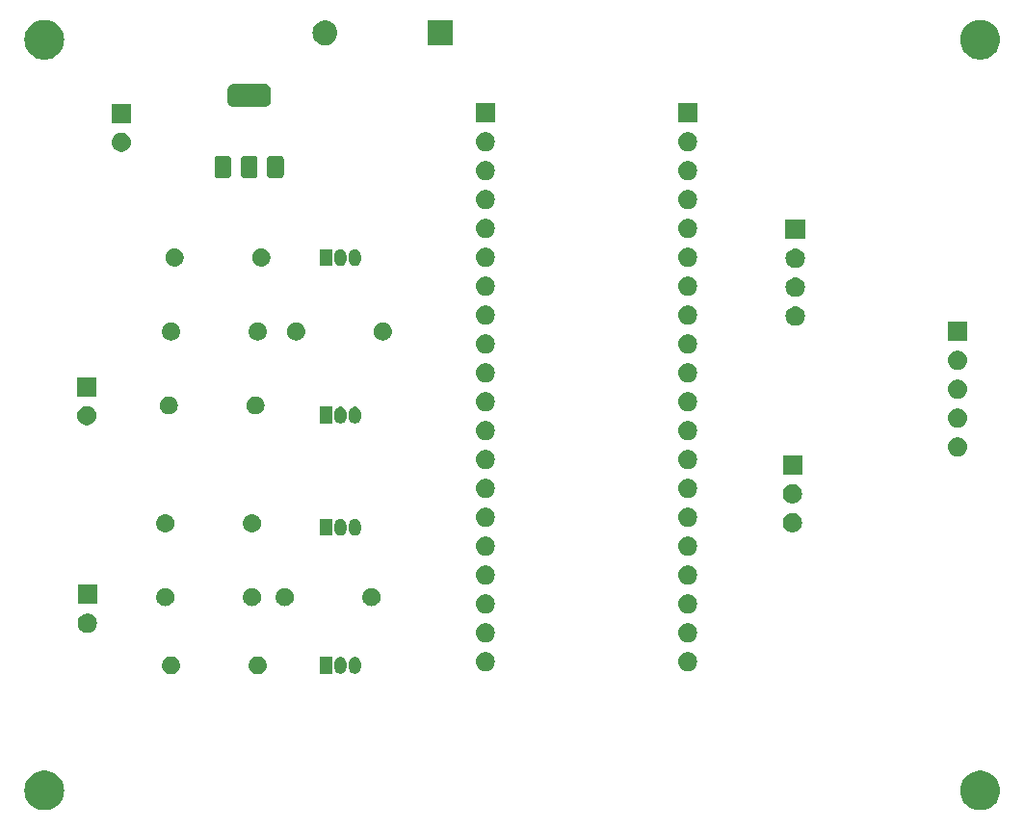
<source format=gts>
G04 #@! TF.GenerationSoftware,KiCad,Pcbnew,8.0.7-8.0.7-0~ubuntu22.04.1*
G04 #@! TF.CreationDate,2025-01-05T09:50:44-03:00*
G04 #@! TF.ProjectId,fenix-controlador-de-ressolda,66656e69-782d-4636-9f6e-74726f6c6164,rev?*
G04 #@! TF.SameCoordinates,Original*
G04 #@! TF.FileFunction,Soldermask,Top*
G04 #@! TF.FilePolarity,Negative*
%FSLAX46Y46*%
G04 Gerber Fmt 4.6, Leading zero omitted, Abs format (unit mm)*
G04 Created by KiCad (PCBNEW 8.0.7-8.0.7-0~ubuntu22.04.1) date 2025-01-05 09:50:44*
%MOMM*%
%LPD*%
G01*
G04 APERTURE LIST*
G04 APERTURE END LIST*
G36*
X103859412Y-129133876D02*
G01*
X104109347Y-129210971D01*
X104345000Y-129324456D01*
X104561107Y-129471795D01*
X104752841Y-129649698D01*
X104915918Y-129854190D01*
X105046696Y-130080703D01*
X105142252Y-130324178D01*
X105200454Y-130579176D01*
X105220000Y-130840000D01*
X105200454Y-131100824D01*
X105142252Y-131355822D01*
X105046696Y-131599297D01*
X104915918Y-131825810D01*
X104752841Y-132030302D01*
X104561107Y-132208205D01*
X104345000Y-132355544D01*
X104109347Y-132469029D01*
X103859412Y-132546124D01*
X103600778Y-132585107D01*
X103339222Y-132585107D01*
X103080588Y-132546124D01*
X102830653Y-132469029D01*
X102595000Y-132355544D01*
X102378893Y-132208205D01*
X102187159Y-132030302D01*
X102024082Y-131825810D01*
X101893304Y-131599297D01*
X101797748Y-131355822D01*
X101739546Y-131100824D01*
X101720000Y-130840000D01*
X101739546Y-130579176D01*
X101797748Y-130324178D01*
X101893304Y-130080703D01*
X102024082Y-129854190D01*
X102187159Y-129649698D01*
X102378893Y-129471795D01*
X102595000Y-129324456D01*
X102830653Y-129210971D01*
X103080588Y-129133876D01*
X103339222Y-129094893D01*
X103600778Y-129094893D01*
X103859412Y-129133876D01*
G37*
G36*
X186109412Y-129133876D02*
G01*
X186359347Y-129210971D01*
X186595000Y-129324456D01*
X186811107Y-129471795D01*
X187002841Y-129649698D01*
X187165918Y-129854190D01*
X187296696Y-130080703D01*
X187392252Y-130324178D01*
X187450454Y-130579176D01*
X187470000Y-130840000D01*
X187450454Y-131100824D01*
X187392252Y-131355822D01*
X187296696Y-131599297D01*
X187165918Y-131825810D01*
X187002841Y-132030302D01*
X186811107Y-132208205D01*
X186595000Y-132355544D01*
X186359347Y-132469029D01*
X186109412Y-132546124D01*
X185850778Y-132585107D01*
X185589222Y-132585107D01*
X185330588Y-132546124D01*
X185080653Y-132469029D01*
X184845000Y-132355544D01*
X184628893Y-132208205D01*
X184437159Y-132030302D01*
X184274082Y-131825810D01*
X184143304Y-131599297D01*
X184047748Y-131355822D01*
X183989546Y-131100824D01*
X183970000Y-130840000D01*
X183989546Y-130579176D01*
X184047748Y-130324178D01*
X184143304Y-130080703D01*
X184274082Y-129854190D01*
X184437159Y-129649698D01*
X184628893Y-129471795D01*
X184845000Y-129324456D01*
X185080653Y-129210971D01*
X185330588Y-129133876D01*
X185589222Y-129094893D01*
X185850778Y-129094893D01*
X186109412Y-129133876D01*
G37*
G36*
X114641811Y-119044711D02*
G01*
X114683588Y-119044711D01*
X114730718Y-119054728D01*
X114778017Y-119060058D01*
X114812408Y-119072092D01*
X114847110Y-119079468D01*
X114897117Y-119101733D01*
X114947107Y-119119225D01*
X114973128Y-119135575D01*
X114999835Y-119147466D01*
X115049633Y-119183646D01*
X115098792Y-119214535D01*
X115116444Y-119232187D01*
X115135084Y-119245730D01*
X115181165Y-119296908D01*
X115225465Y-119341208D01*
X115235654Y-119357424D01*
X115246946Y-119369965D01*
X115285573Y-119436870D01*
X115320775Y-119492893D01*
X115325170Y-119505453D01*
X115330535Y-119514746D01*
X115358010Y-119599305D01*
X115379942Y-119661983D01*
X115380773Y-119669363D01*
X115382195Y-119673738D01*
X115395076Y-119796306D01*
X115400000Y-119840000D01*
X115395076Y-119883697D01*
X115382195Y-120006261D01*
X115380773Y-120010635D01*
X115379942Y-120018017D01*
X115358005Y-120080707D01*
X115330535Y-120165253D01*
X115325171Y-120174543D01*
X115320775Y-120187107D01*
X115285566Y-120243140D01*
X115246946Y-120310034D01*
X115235656Y-120322572D01*
X115225465Y-120338792D01*
X115181155Y-120383101D01*
X115135084Y-120434269D01*
X115116448Y-120447808D01*
X115098792Y-120465465D01*
X115049623Y-120496359D01*
X114999835Y-120532533D01*
X114973134Y-120544421D01*
X114947107Y-120560775D01*
X114897107Y-120578270D01*
X114847110Y-120600531D01*
X114812414Y-120607905D01*
X114778017Y-120619942D01*
X114730715Y-120625271D01*
X114683588Y-120635289D01*
X114641811Y-120635289D01*
X114600000Y-120640000D01*
X114558189Y-120635289D01*
X114516412Y-120635289D01*
X114469284Y-120625271D01*
X114421983Y-120619942D01*
X114387586Y-120607906D01*
X114352889Y-120600531D01*
X114302887Y-120578268D01*
X114252893Y-120560775D01*
X114226868Y-120544422D01*
X114200164Y-120532533D01*
X114150369Y-120496355D01*
X114101208Y-120465465D01*
X114083554Y-120447811D01*
X114064915Y-120434269D01*
X114018833Y-120383090D01*
X113974535Y-120338792D01*
X113964345Y-120322575D01*
X113953053Y-120310034D01*
X113914420Y-120243120D01*
X113879225Y-120187107D01*
X113874830Y-120174547D01*
X113869464Y-120165253D01*
X113841980Y-120080667D01*
X113820058Y-120018017D01*
X113819226Y-120010639D01*
X113817804Y-120006261D01*
X113804908Y-119883565D01*
X113800000Y-119840000D01*
X113804908Y-119796438D01*
X113817804Y-119673738D01*
X113819226Y-119669358D01*
X113820058Y-119661983D01*
X113841975Y-119599345D01*
X113869464Y-119514746D01*
X113874831Y-119505449D01*
X113879225Y-119492893D01*
X113914413Y-119436890D01*
X113953053Y-119369965D01*
X113964347Y-119357421D01*
X113974535Y-119341208D01*
X114018826Y-119296916D01*
X114064917Y-119245728D01*
X114083559Y-119232183D01*
X114101208Y-119214535D01*
X114150354Y-119183654D01*
X114200162Y-119147467D01*
X114226873Y-119135574D01*
X114252893Y-119119225D01*
X114302877Y-119101734D01*
X114352889Y-119079468D01*
X114387592Y-119072091D01*
X114421983Y-119060058D01*
X114469281Y-119054728D01*
X114516412Y-119044711D01*
X114558189Y-119044711D01*
X114600000Y-119040000D01*
X114641811Y-119044711D01*
G37*
G36*
X122261811Y-119044711D02*
G01*
X122303588Y-119044711D01*
X122350718Y-119054728D01*
X122398017Y-119060058D01*
X122432408Y-119072092D01*
X122467110Y-119079468D01*
X122517117Y-119101733D01*
X122567107Y-119119225D01*
X122593128Y-119135575D01*
X122619835Y-119147466D01*
X122669633Y-119183646D01*
X122718792Y-119214535D01*
X122736444Y-119232187D01*
X122755084Y-119245730D01*
X122801165Y-119296908D01*
X122845465Y-119341208D01*
X122855654Y-119357424D01*
X122866946Y-119369965D01*
X122905573Y-119436870D01*
X122940775Y-119492893D01*
X122945170Y-119505453D01*
X122950535Y-119514746D01*
X122978010Y-119599305D01*
X122999942Y-119661983D01*
X123000773Y-119669363D01*
X123002195Y-119673738D01*
X123015076Y-119796306D01*
X123020000Y-119840000D01*
X123015076Y-119883697D01*
X123002195Y-120006261D01*
X123000773Y-120010635D01*
X122999942Y-120018017D01*
X122978005Y-120080707D01*
X122950535Y-120165253D01*
X122945171Y-120174543D01*
X122940775Y-120187107D01*
X122905566Y-120243140D01*
X122866946Y-120310034D01*
X122855656Y-120322572D01*
X122845465Y-120338792D01*
X122801155Y-120383101D01*
X122755084Y-120434269D01*
X122736448Y-120447808D01*
X122718792Y-120465465D01*
X122669623Y-120496359D01*
X122619835Y-120532533D01*
X122593134Y-120544421D01*
X122567107Y-120560775D01*
X122517107Y-120578270D01*
X122467110Y-120600531D01*
X122432414Y-120607905D01*
X122398017Y-120619942D01*
X122350715Y-120625271D01*
X122303588Y-120635289D01*
X122261811Y-120635289D01*
X122220000Y-120640000D01*
X122178189Y-120635289D01*
X122136412Y-120635289D01*
X122089284Y-120625271D01*
X122041983Y-120619942D01*
X122007586Y-120607906D01*
X121972889Y-120600531D01*
X121922887Y-120578268D01*
X121872893Y-120560775D01*
X121846868Y-120544422D01*
X121820164Y-120532533D01*
X121770369Y-120496355D01*
X121721208Y-120465465D01*
X121703554Y-120447811D01*
X121684915Y-120434269D01*
X121638833Y-120383090D01*
X121594535Y-120338792D01*
X121584345Y-120322575D01*
X121573053Y-120310034D01*
X121534420Y-120243120D01*
X121499225Y-120187107D01*
X121494830Y-120174547D01*
X121489464Y-120165253D01*
X121461980Y-120080667D01*
X121440058Y-120018017D01*
X121439226Y-120010639D01*
X121437804Y-120006261D01*
X121424908Y-119883565D01*
X121420000Y-119840000D01*
X121424908Y-119796438D01*
X121437804Y-119673738D01*
X121439226Y-119669358D01*
X121440058Y-119661983D01*
X121461975Y-119599345D01*
X121489464Y-119514746D01*
X121494831Y-119505449D01*
X121499225Y-119492893D01*
X121534413Y-119436890D01*
X121573053Y-119369965D01*
X121584347Y-119357421D01*
X121594535Y-119341208D01*
X121638826Y-119296916D01*
X121684917Y-119245728D01*
X121703559Y-119232183D01*
X121721208Y-119214535D01*
X121770354Y-119183654D01*
X121820162Y-119147467D01*
X121846873Y-119135574D01*
X121872893Y-119119225D01*
X121922877Y-119101734D01*
X121972889Y-119079468D01*
X122007592Y-119072091D01*
X122041983Y-119060058D01*
X122089281Y-119054728D01*
X122136412Y-119044711D01*
X122178189Y-119044711D01*
X122220000Y-119040000D01*
X122261811Y-119044711D01*
G37*
G36*
X128745000Y-120590000D02*
G01*
X127695000Y-120590000D01*
X127695000Y-119090000D01*
X128745000Y-119090000D01*
X128745000Y-120590000D01*
G37*
G36*
X129690909Y-119129963D02*
G01*
X129809600Y-119198489D01*
X129906511Y-119295400D01*
X129975037Y-119414091D01*
X130010509Y-119546474D01*
X130015000Y-119615000D01*
X130015000Y-120065000D01*
X130010509Y-120133526D01*
X129975037Y-120265909D01*
X129906511Y-120384600D01*
X129809600Y-120481511D01*
X129690909Y-120550037D01*
X129558526Y-120585509D01*
X129421474Y-120585509D01*
X129289091Y-120550037D01*
X129170400Y-120481511D01*
X129073489Y-120384600D01*
X129004963Y-120265909D01*
X128969491Y-120133526D01*
X128965000Y-120065000D01*
X128965000Y-119615000D01*
X128969491Y-119546474D01*
X129004963Y-119414091D01*
X129073489Y-119295400D01*
X129170400Y-119198489D01*
X129289091Y-119129963D01*
X129421474Y-119094491D01*
X129558526Y-119094491D01*
X129690909Y-119129963D01*
G37*
G36*
X130960909Y-119129963D02*
G01*
X131079600Y-119198489D01*
X131176511Y-119295400D01*
X131245037Y-119414091D01*
X131280509Y-119546474D01*
X131285000Y-119615000D01*
X131285000Y-120065000D01*
X131280509Y-120133526D01*
X131245037Y-120265909D01*
X131176511Y-120384600D01*
X131079600Y-120481511D01*
X130960909Y-120550037D01*
X130828526Y-120585509D01*
X130691474Y-120585509D01*
X130559091Y-120550037D01*
X130440400Y-120481511D01*
X130343489Y-120384600D01*
X130274963Y-120265909D01*
X130239491Y-120133526D01*
X130235000Y-120065000D01*
X130235000Y-119615000D01*
X130239491Y-119546474D01*
X130274963Y-119414091D01*
X130343489Y-119295400D01*
X130440400Y-119198489D01*
X130559091Y-119129963D01*
X130691474Y-119094491D01*
X130828526Y-119094491D01*
X130960909Y-119129963D01*
G37*
G36*
X142482664Y-118709102D02*
G01*
X142645000Y-118781378D01*
X142788761Y-118885827D01*
X142907664Y-119017883D01*
X142996514Y-119171774D01*
X143051425Y-119340775D01*
X143070000Y-119517500D01*
X143051425Y-119694225D01*
X142996514Y-119863226D01*
X142907664Y-120017117D01*
X142788761Y-120149173D01*
X142645000Y-120253622D01*
X142482664Y-120325898D01*
X142308849Y-120362844D01*
X142131151Y-120362844D01*
X141957336Y-120325898D01*
X141795000Y-120253622D01*
X141651239Y-120149173D01*
X141532336Y-120017117D01*
X141443486Y-119863226D01*
X141388575Y-119694225D01*
X141370000Y-119517500D01*
X141388575Y-119340775D01*
X141443486Y-119171774D01*
X141532336Y-119017883D01*
X141651239Y-118885827D01*
X141795000Y-118781378D01*
X141957336Y-118709102D01*
X142131151Y-118672156D01*
X142308849Y-118672156D01*
X142482664Y-118709102D01*
G37*
G36*
X160262664Y-118709102D02*
G01*
X160425000Y-118781378D01*
X160568761Y-118885827D01*
X160687664Y-119017883D01*
X160776514Y-119171774D01*
X160831425Y-119340775D01*
X160850000Y-119517500D01*
X160831425Y-119694225D01*
X160776514Y-119863226D01*
X160687664Y-120017117D01*
X160568761Y-120149173D01*
X160425000Y-120253622D01*
X160262664Y-120325898D01*
X160088849Y-120362844D01*
X159911151Y-120362844D01*
X159737336Y-120325898D01*
X159575000Y-120253622D01*
X159431239Y-120149173D01*
X159312336Y-120017117D01*
X159223486Y-119863226D01*
X159168575Y-119694225D01*
X159150000Y-119517500D01*
X159168575Y-119340775D01*
X159223486Y-119171774D01*
X159312336Y-119017883D01*
X159431239Y-118885827D01*
X159575000Y-118781378D01*
X159737336Y-118709102D01*
X159911151Y-118672156D01*
X160088849Y-118672156D01*
X160262664Y-118709102D01*
G37*
G36*
X142482664Y-116169102D02*
G01*
X142645000Y-116241378D01*
X142788761Y-116345827D01*
X142907664Y-116477883D01*
X142996514Y-116631774D01*
X143051425Y-116800775D01*
X143070000Y-116977500D01*
X143051425Y-117154225D01*
X142996514Y-117323226D01*
X142907664Y-117477117D01*
X142788761Y-117609173D01*
X142645000Y-117713622D01*
X142482664Y-117785898D01*
X142308849Y-117822844D01*
X142131151Y-117822844D01*
X141957336Y-117785898D01*
X141795000Y-117713622D01*
X141651239Y-117609173D01*
X141532336Y-117477117D01*
X141443486Y-117323226D01*
X141388575Y-117154225D01*
X141370000Y-116977500D01*
X141388575Y-116800775D01*
X141443486Y-116631774D01*
X141532336Y-116477883D01*
X141651239Y-116345827D01*
X141795000Y-116241378D01*
X141957336Y-116169102D01*
X142131151Y-116132156D01*
X142308849Y-116132156D01*
X142482664Y-116169102D01*
G37*
G36*
X160262664Y-116169102D02*
G01*
X160425000Y-116241378D01*
X160568761Y-116345827D01*
X160687664Y-116477883D01*
X160776514Y-116631774D01*
X160831425Y-116800775D01*
X160850000Y-116977500D01*
X160831425Y-117154225D01*
X160776514Y-117323226D01*
X160687664Y-117477117D01*
X160568761Y-117609173D01*
X160425000Y-117713622D01*
X160262664Y-117785898D01*
X160088849Y-117822844D01*
X159911151Y-117822844D01*
X159737336Y-117785898D01*
X159575000Y-117713622D01*
X159431239Y-117609173D01*
X159312336Y-117477117D01*
X159223486Y-117323226D01*
X159168575Y-117154225D01*
X159150000Y-116977500D01*
X159168575Y-116800775D01*
X159223486Y-116631774D01*
X159312336Y-116477883D01*
X159431239Y-116345827D01*
X159575000Y-116241378D01*
X159737336Y-116169102D01*
X159911151Y-116132156D01*
X160088849Y-116132156D01*
X160262664Y-116169102D01*
G37*
G36*
X107507664Y-115321602D02*
G01*
X107670000Y-115393878D01*
X107813761Y-115498327D01*
X107932664Y-115630383D01*
X108021514Y-115784274D01*
X108076425Y-115953275D01*
X108095000Y-116130000D01*
X108076425Y-116306725D01*
X108021514Y-116475726D01*
X107932664Y-116629617D01*
X107813761Y-116761673D01*
X107670000Y-116866122D01*
X107507664Y-116938398D01*
X107333849Y-116975344D01*
X107156151Y-116975344D01*
X106982336Y-116938398D01*
X106820000Y-116866122D01*
X106676239Y-116761673D01*
X106557336Y-116629617D01*
X106468486Y-116475726D01*
X106413575Y-116306725D01*
X106395000Y-116130000D01*
X106413575Y-115953275D01*
X106468486Y-115784274D01*
X106557336Y-115630383D01*
X106676239Y-115498327D01*
X106820000Y-115393878D01*
X106982336Y-115321602D01*
X107156151Y-115284656D01*
X107333849Y-115284656D01*
X107507664Y-115321602D01*
G37*
G36*
X142482664Y-113629102D02*
G01*
X142645000Y-113701378D01*
X142788761Y-113805827D01*
X142907664Y-113937883D01*
X142996514Y-114091774D01*
X143051425Y-114260775D01*
X143070000Y-114437500D01*
X143051425Y-114614225D01*
X142996514Y-114783226D01*
X142907664Y-114937117D01*
X142788761Y-115069173D01*
X142645000Y-115173622D01*
X142482664Y-115245898D01*
X142308849Y-115282844D01*
X142131151Y-115282844D01*
X141957336Y-115245898D01*
X141795000Y-115173622D01*
X141651239Y-115069173D01*
X141532336Y-114937117D01*
X141443486Y-114783226D01*
X141388575Y-114614225D01*
X141370000Y-114437500D01*
X141388575Y-114260775D01*
X141443486Y-114091774D01*
X141532336Y-113937883D01*
X141651239Y-113805827D01*
X141795000Y-113701378D01*
X141957336Y-113629102D01*
X142131151Y-113592156D01*
X142308849Y-113592156D01*
X142482664Y-113629102D01*
G37*
G36*
X160262664Y-113629102D02*
G01*
X160425000Y-113701378D01*
X160568761Y-113805827D01*
X160687664Y-113937883D01*
X160776514Y-114091774D01*
X160831425Y-114260775D01*
X160850000Y-114437500D01*
X160831425Y-114614225D01*
X160776514Y-114783226D01*
X160687664Y-114937117D01*
X160568761Y-115069173D01*
X160425000Y-115173622D01*
X160262664Y-115245898D01*
X160088849Y-115282844D01*
X159911151Y-115282844D01*
X159737336Y-115245898D01*
X159575000Y-115173622D01*
X159431239Y-115069173D01*
X159312336Y-114937117D01*
X159223486Y-114783226D01*
X159168575Y-114614225D01*
X159150000Y-114437500D01*
X159168575Y-114260775D01*
X159223486Y-114091774D01*
X159312336Y-113937883D01*
X159431239Y-113805827D01*
X159575000Y-113701378D01*
X159737336Y-113629102D01*
X159911151Y-113592156D01*
X160088849Y-113592156D01*
X160262664Y-113629102D01*
G37*
G36*
X114141811Y-113044711D02*
G01*
X114183588Y-113044711D01*
X114230718Y-113054728D01*
X114278017Y-113060058D01*
X114312408Y-113072092D01*
X114347110Y-113079468D01*
X114397117Y-113101733D01*
X114447107Y-113119225D01*
X114473128Y-113135575D01*
X114499835Y-113147466D01*
X114549633Y-113183646D01*
X114598792Y-113214535D01*
X114616444Y-113232187D01*
X114635084Y-113245730D01*
X114681165Y-113296908D01*
X114725465Y-113341208D01*
X114735654Y-113357424D01*
X114746946Y-113369965D01*
X114785573Y-113436870D01*
X114820775Y-113492893D01*
X114825170Y-113505453D01*
X114830535Y-113514746D01*
X114858010Y-113599305D01*
X114879942Y-113661983D01*
X114880773Y-113669363D01*
X114882195Y-113673738D01*
X114895076Y-113796306D01*
X114900000Y-113840000D01*
X114895076Y-113883697D01*
X114882195Y-114006261D01*
X114880773Y-114010635D01*
X114879942Y-114018017D01*
X114858005Y-114080707D01*
X114830535Y-114165253D01*
X114825171Y-114174543D01*
X114820775Y-114187107D01*
X114785566Y-114243140D01*
X114746946Y-114310034D01*
X114735656Y-114322572D01*
X114725465Y-114338792D01*
X114681155Y-114383101D01*
X114635084Y-114434269D01*
X114616448Y-114447808D01*
X114598792Y-114465465D01*
X114549623Y-114496359D01*
X114499835Y-114532533D01*
X114473134Y-114544421D01*
X114447107Y-114560775D01*
X114397107Y-114578270D01*
X114347110Y-114600531D01*
X114312414Y-114607905D01*
X114278017Y-114619942D01*
X114230715Y-114625271D01*
X114183588Y-114635289D01*
X114141811Y-114635289D01*
X114100000Y-114640000D01*
X114058189Y-114635289D01*
X114016412Y-114635289D01*
X113969284Y-114625271D01*
X113921983Y-114619942D01*
X113887586Y-114607906D01*
X113852889Y-114600531D01*
X113802887Y-114578268D01*
X113752893Y-114560775D01*
X113726868Y-114544422D01*
X113700164Y-114532533D01*
X113650369Y-114496355D01*
X113601208Y-114465465D01*
X113583554Y-114447811D01*
X113564915Y-114434269D01*
X113518833Y-114383090D01*
X113474535Y-114338792D01*
X113464345Y-114322575D01*
X113453053Y-114310034D01*
X113414420Y-114243120D01*
X113379225Y-114187107D01*
X113374830Y-114174547D01*
X113369464Y-114165253D01*
X113341980Y-114080667D01*
X113320058Y-114018017D01*
X113319226Y-114010639D01*
X113317804Y-114006261D01*
X113304908Y-113883565D01*
X113300000Y-113840000D01*
X113304908Y-113796438D01*
X113317804Y-113673738D01*
X113319226Y-113669358D01*
X113320058Y-113661983D01*
X113341975Y-113599345D01*
X113369464Y-113514746D01*
X113374831Y-113505449D01*
X113379225Y-113492893D01*
X113414413Y-113436890D01*
X113453053Y-113369965D01*
X113464347Y-113357421D01*
X113474535Y-113341208D01*
X113518826Y-113296916D01*
X113564917Y-113245728D01*
X113583559Y-113232183D01*
X113601208Y-113214535D01*
X113650354Y-113183654D01*
X113700162Y-113147467D01*
X113726873Y-113135574D01*
X113752893Y-113119225D01*
X113802877Y-113101734D01*
X113852889Y-113079468D01*
X113887592Y-113072091D01*
X113921983Y-113060058D01*
X113969281Y-113054728D01*
X114016412Y-113044711D01*
X114058189Y-113044711D01*
X114100000Y-113040000D01*
X114141811Y-113044711D01*
G37*
G36*
X121761811Y-113044711D02*
G01*
X121803588Y-113044711D01*
X121850718Y-113054728D01*
X121898017Y-113060058D01*
X121932408Y-113072092D01*
X121967110Y-113079468D01*
X122017117Y-113101733D01*
X122067107Y-113119225D01*
X122093128Y-113135575D01*
X122119835Y-113147466D01*
X122169633Y-113183646D01*
X122218792Y-113214535D01*
X122236444Y-113232187D01*
X122255084Y-113245730D01*
X122301165Y-113296908D01*
X122345465Y-113341208D01*
X122355654Y-113357424D01*
X122366946Y-113369965D01*
X122405573Y-113436870D01*
X122440775Y-113492893D01*
X122445170Y-113505453D01*
X122450535Y-113514746D01*
X122478010Y-113599305D01*
X122499942Y-113661983D01*
X122500773Y-113669363D01*
X122502195Y-113673738D01*
X122515076Y-113796306D01*
X122520000Y-113840000D01*
X122515076Y-113883697D01*
X122502195Y-114006261D01*
X122500773Y-114010635D01*
X122499942Y-114018017D01*
X122478005Y-114080707D01*
X122450535Y-114165253D01*
X122445171Y-114174543D01*
X122440775Y-114187107D01*
X122405566Y-114243140D01*
X122366946Y-114310034D01*
X122355656Y-114322572D01*
X122345465Y-114338792D01*
X122301155Y-114383101D01*
X122255084Y-114434269D01*
X122236448Y-114447808D01*
X122218792Y-114465465D01*
X122169623Y-114496359D01*
X122119835Y-114532533D01*
X122093134Y-114544421D01*
X122067107Y-114560775D01*
X122017107Y-114578270D01*
X121967110Y-114600531D01*
X121932414Y-114607905D01*
X121898017Y-114619942D01*
X121850715Y-114625271D01*
X121803588Y-114635289D01*
X121761811Y-114635289D01*
X121720000Y-114640000D01*
X121678189Y-114635289D01*
X121636412Y-114635289D01*
X121589284Y-114625271D01*
X121541983Y-114619942D01*
X121507586Y-114607906D01*
X121472889Y-114600531D01*
X121422887Y-114578268D01*
X121372893Y-114560775D01*
X121346868Y-114544422D01*
X121320164Y-114532533D01*
X121270369Y-114496355D01*
X121221208Y-114465465D01*
X121203554Y-114447811D01*
X121184915Y-114434269D01*
X121138833Y-114383090D01*
X121094535Y-114338792D01*
X121084345Y-114322575D01*
X121073053Y-114310034D01*
X121034420Y-114243120D01*
X120999225Y-114187107D01*
X120994830Y-114174547D01*
X120989464Y-114165253D01*
X120961980Y-114080667D01*
X120940058Y-114018017D01*
X120939226Y-114010639D01*
X120937804Y-114006261D01*
X120924908Y-113883565D01*
X120920000Y-113840000D01*
X120924908Y-113796438D01*
X120937804Y-113673738D01*
X120939226Y-113669358D01*
X120940058Y-113661983D01*
X120961975Y-113599345D01*
X120989464Y-113514746D01*
X120994831Y-113505449D01*
X120999225Y-113492893D01*
X121034413Y-113436890D01*
X121073053Y-113369965D01*
X121084347Y-113357421D01*
X121094535Y-113341208D01*
X121138826Y-113296916D01*
X121184917Y-113245728D01*
X121203559Y-113232183D01*
X121221208Y-113214535D01*
X121270354Y-113183654D01*
X121320162Y-113147467D01*
X121346873Y-113135574D01*
X121372893Y-113119225D01*
X121422877Y-113101734D01*
X121472889Y-113079468D01*
X121507592Y-113072091D01*
X121541983Y-113060058D01*
X121589281Y-113054728D01*
X121636412Y-113044711D01*
X121678189Y-113044711D01*
X121720000Y-113040000D01*
X121761811Y-113044711D01*
G37*
G36*
X124641811Y-113044711D02*
G01*
X124683588Y-113044711D01*
X124730718Y-113054728D01*
X124778017Y-113060058D01*
X124812408Y-113072092D01*
X124847110Y-113079468D01*
X124897117Y-113101733D01*
X124947107Y-113119225D01*
X124973128Y-113135575D01*
X124999835Y-113147466D01*
X125049633Y-113183646D01*
X125098792Y-113214535D01*
X125116444Y-113232187D01*
X125135084Y-113245730D01*
X125181165Y-113296908D01*
X125225465Y-113341208D01*
X125235654Y-113357424D01*
X125246946Y-113369965D01*
X125285573Y-113436870D01*
X125320775Y-113492893D01*
X125325170Y-113505453D01*
X125330535Y-113514746D01*
X125358010Y-113599305D01*
X125379942Y-113661983D01*
X125380773Y-113669363D01*
X125382195Y-113673738D01*
X125395076Y-113796306D01*
X125400000Y-113840000D01*
X125395076Y-113883697D01*
X125382195Y-114006261D01*
X125380773Y-114010635D01*
X125379942Y-114018017D01*
X125358005Y-114080707D01*
X125330535Y-114165253D01*
X125325171Y-114174543D01*
X125320775Y-114187107D01*
X125285566Y-114243140D01*
X125246946Y-114310034D01*
X125235656Y-114322572D01*
X125225465Y-114338792D01*
X125181155Y-114383101D01*
X125135084Y-114434269D01*
X125116448Y-114447808D01*
X125098792Y-114465465D01*
X125049623Y-114496359D01*
X124999835Y-114532533D01*
X124973134Y-114544421D01*
X124947107Y-114560775D01*
X124897107Y-114578270D01*
X124847110Y-114600531D01*
X124812414Y-114607905D01*
X124778017Y-114619942D01*
X124730715Y-114625271D01*
X124683588Y-114635289D01*
X124641811Y-114635289D01*
X124600000Y-114640000D01*
X124558189Y-114635289D01*
X124516412Y-114635289D01*
X124469284Y-114625271D01*
X124421983Y-114619942D01*
X124387586Y-114607906D01*
X124352889Y-114600531D01*
X124302887Y-114578268D01*
X124252893Y-114560775D01*
X124226868Y-114544422D01*
X124200164Y-114532533D01*
X124150369Y-114496355D01*
X124101208Y-114465465D01*
X124083554Y-114447811D01*
X124064915Y-114434269D01*
X124018833Y-114383090D01*
X123974535Y-114338792D01*
X123964345Y-114322575D01*
X123953053Y-114310034D01*
X123914420Y-114243120D01*
X123879225Y-114187107D01*
X123874830Y-114174547D01*
X123869464Y-114165253D01*
X123841980Y-114080667D01*
X123820058Y-114018017D01*
X123819226Y-114010639D01*
X123817804Y-114006261D01*
X123804908Y-113883565D01*
X123800000Y-113840000D01*
X123804908Y-113796438D01*
X123817804Y-113673738D01*
X123819226Y-113669358D01*
X123820058Y-113661983D01*
X123841975Y-113599345D01*
X123869464Y-113514746D01*
X123874831Y-113505449D01*
X123879225Y-113492893D01*
X123914413Y-113436890D01*
X123953053Y-113369965D01*
X123964347Y-113357421D01*
X123974535Y-113341208D01*
X124018826Y-113296916D01*
X124064917Y-113245728D01*
X124083559Y-113232183D01*
X124101208Y-113214535D01*
X124150354Y-113183654D01*
X124200162Y-113147467D01*
X124226873Y-113135574D01*
X124252893Y-113119225D01*
X124302877Y-113101734D01*
X124352889Y-113079468D01*
X124387592Y-113072091D01*
X124421983Y-113060058D01*
X124469281Y-113054728D01*
X124516412Y-113044711D01*
X124558189Y-113044711D01*
X124600000Y-113040000D01*
X124641811Y-113044711D01*
G37*
G36*
X132261811Y-113044711D02*
G01*
X132303588Y-113044711D01*
X132350718Y-113054728D01*
X132398017Y-113060058D01*
X132432408Y-113072092D01*
X132467110Y-113079468D01*
X132517117Y-113101733D01*
X132567107Y-113119225D01*
X132593128Y-113135575D01*
X132619835Y-113147466D01*
X132669633Y-113183646D01*
X132718792Y-113214535D01*
X132736444Y-113232187D01*
X132755084Y-113245730D01*
X132801165Y-113296908D01*
X132845465Y-113341208D01*
X132855654Y-113357424D01*
X132866946Y-113369965D01*
X132905573Y-113436870D01*
X132940775Y-113492893D01*
X132945170Y-113505453D01*
X132950535Y-113514746D01*
X132978010Y-113599305D01*
X132999942Y-113661983D01*
X133000773Y-113669363D01*
X133002195Y-113673738D01*
X133015076Y-113796306D01*
X133020000Y-113840000D01*
X133015076Y-113883697D01*
X133002195Y-114006261D01*
X133000773Y-114010635D01*
X132999942Y-114018017D01*
X132978005Y-114080707D01*
X132950535Y-114165253D01*
X132945171Y-114174543D01*
X132940775Y-114187107D01*
X132905566Y-114243140D01*
X132866946Y-114310034D01*
X132855656Y-114322572D01*
X132845465Y-114338792D01*
X132801155Y-114383101D01*
X132755084Y-114434269D01*
X132736448Y-114447808D01*
X132718792Y-114465465D01*
X132669623Y-114496359D01*
X132619835Y-114532533D01*
X132593134Y-114544421D01*
X132567107Y-114560775D01*
X132517107Y-114578270D01*
X132467110Y-114600531D01*
X132432414Y-114607905D01*
X132398017Y-114619942D01*
X132350715Y-114625271D01*
X132303588Y-114635289D01*
X132261811Y-114635289D01*
X132220000Y-114640000D01*
X132178189Y-114635289D01*
X132136412Y-114635289D01*
X132089284Y-114625271D01*
X132041983Y-114619942D01*
X132007586Y-114607906D01*
X131972889Y-114600531D01*
X131922887Y-114578268D01*
X131872893Y-114560775D01*
X131846868Y-114544422D01*
X131820164Y-114532533D01*
X131770369Y-114496355D01*
X131721208Y-114465465D01*
X131703554Y-114447811D01*
X131684915Y-114434269D01*
X131638833Y-114383090D01*
X131594535Y-114338792D01*
X131584345Y-114322575D01*
X131573053Y-114310034D01*
X131534420Y-114243120D01*
X131499225Y-114187107D01*
X131494830Y-114174547D01*
X131489464Y-114165253D01*
X131461980Y-114080667D01*
X131440058Y-114018017D01*
X131439226Y-114010639D01*
X131437804Y-114006261D01*
X131424908Y-113883565D01*
X131420000Y-113840000D01*
X131424908Y-113796438D01*
X131437804Y-113673738D01*
X131439226Y-113669358D01*
X131440058Y-113661983D01*
X131461975Y-113599345D01*
X131489464Y-113514746D01*
X131494831Y-113505449D01*
X131499225Y-113492893D01*
X131534413Y-113436890D01*
X131573053Y-113369965D01*
X131584347Y-113357421D01*
X131594535Y-113341208D01*
X131638826Y-113296916D01*
X131684917Y-113245728D01*
X131703559Y-113232183D01*
X131721208Y-113214535D01*
X131770354Y-113183654D01*
X131820162Y-113147467D01*
X131846873Y-113135574D01*
X131872893Y-113119225D01*
X131922877Y-113101734D01*
X131972889Y-113079468D01*
X132007592Y-113072091D01*
X132041983Y-113060058D01*
X132089281Y-113054728D01*
X132136412Y-113044711D01*
X132178189Y-113044711D01*
X132220000Y-113040000D01*
X132261811Y-113044711D01*
G37*
G36*
X108095000Y-114440000D02*
G01*
X106395000Y-114440000D01*
X106395000Y-112740000D01*
X108095000Y-112740000D01*
X108095000Y-114440000D01*
G37*
G36*
X142482664Y-111089102D02*
G01*
X142645000Y-111161378D01*
X142788761Y-111265827D01*
X142907664Y-111397883D01*
X142996514Y-111551774D01*
X143051425Y-111720775D01*
X143070000Y-111897500D01*
X143051425Y-112074225D01*
X142996514Y-112243226D01*
X142907664Y-112397117D01*
X142788761Y-112529173D01*
X142645000Y-112633622D01*
X142482664Y-112705898D01*
X142308849Y-112742844D01*
X142131151Y-112742844D01*
X141957336Y-112705898D01*
X141795000Y-112633622D01*
X141651239Y-112529173D01*
X141532336Y-112397117D01*
X141443486Y-112243226D01*
X141388575Y-112074225D01*
X141370000Y-111897500D01*
X141388575Y-111720775D01*
X141443486Y-111551774D01*
X141532336Y-111397883D01*
X141651239Y-111265827D01*
X141795000Y-111161378D01*
X141957336Y-111089102D01*
X142131151Y-111052156D01*
X142308849Y-111052156D01*
X142482664Y-111089102D01*
G37*
G36*
X160262664Y-111089102D02*
G01*
X160425000Y-111161378D01*
X160568761Y-111265827D01*
X160687664Y-111397883D01*
X160776514Y-111551774D01*
X160831425Y-111720775D01*
X160850000Y-111897500D01*
X160831425Y-112074225D01*
X160776514Y-112243226D01*
X160687664Y-112397117D01*
X160568761Y-112529173D01*
X160425000Y-112633622D01*
X160262664Y-112705898D01*
X160088849Y-112742844D01*
X159911151Y-112742844D01*
X159737336Y-112705898D01*
X159575000Y-112633622D01*
X159431239Y-112529173D01*
X159312336Y-112397117D01*
X159223486Y-112243226D01*
X159168575Y-112074225D01*
X159150000Y-111897500D01*
X159168575Y-111720775D01*
X159223486Y-111551774D01*
X159312336Y-111397883D01*
X159431239Y-111265827D01*
X159575000Y-111161378D01*
X159737336Y-111089102D01*
X159911151Y-111052156D01*
X160088849Y-111052156D01*
X160262664Y-111089102D01*
G37*
G36*
X142482664Y-108549102D02*
G01*
X142645000Y-108621378D01*
X142788761Y-108725827D01*
X142907664Y-108857883D01*
X142996514Y-109011774D01*
X143051425Y-109180775D01*
X143070000Y-109357500D01*
X143051425Y-109534225D01*
X142996514Y-109703226D01*
X142907664Y-109857117D01*
X142788761Y-109989173D01*
X142645000Y-110093622D01*
X142482664Y-110165898D01*
X142308849Y-110202844D01*
X142131151Y-110202844D01*
X141957336Y-110165898D01*
X141795000Y-110093622D01*
X141651239Y-109989173D01*
X141532336Y-109857117D01*
X141443486Y-109703226D01*
X141388575Y-109534225D01*
X141370000Y-109357500D01*
X141388575Y-109180775D01*
X141443486Y-109011774D01*
X141532336Y-108857883D01*
X141651239Y-108725827D01*
X141795000Y-108621378D01*
X141957336Y-108549102D01*
X142131151Y-108512156D01*
X142308849Y-108512156D01*
X142482664Y-108549102D01*
G37*
G36*
X160262664Y-108549102D02*
G01*
X160425000Y-108621378D01*
X160568761Y-108725827D01*
X160687664Y-108857883D01*
X160776514Y-109011774D01*
X160831425Y-109180775D01*
X160850000Y-109357500D01*
X160831425Y-109534225D01*
X160776514Y-109703226D01*
X160687664Y-109857117D01*
X160568761Y-109989173D01*
X160425000Y-110093622D01*
X160262664Y-110165898D01*
X160088849Y-110202844D01*
X159911151Y-110202844D01*
X159737336Y-110165898D01*
X159575000Y-110093622D01*
X159431239Y-109989173D01*
X159312336Y-109857117D01*
X159223486Y-109703226D01*
X159168575Y-109534225D01*
X159150000Y-109357500D01*
X159168575Y-109180775D01*
X159223486Y-109011774D01*
X159312336Y-108857883D01*
X159431239Y-108725827D01*
X159575000Y-108621378D01*
X159737336Y-108549102D01*
X159911151Y-108512156D01*
X160088849Y-108512156D01*
X160262664Y-108549102D01*
G37*
G36*
X128745000Y-108450000D02*
G01*
X127695000Y-108450000D01*
X127695000Y-106950000D01*
X128745000Y-106950000D01*
X128745000Y-108450000D01*
G37*
G36*
X129690909Y-106989963D02*
G01*
X129809600Y-107058489D01*
X129906511Y-107155400D01*
X129975037Y-107274091D01*
X130010509Y-107406474D01*
X130015000Y-107475000D01*
X130015000Y-107925000D01*
X130010509Y-107993526D01*
X129975037Y-108125909D01*
X129906511Y-108244600D01*
X129809600Y-108341511D01*
X129690909Y-108410037D01*
X129558526Y-108445509D01*
X129421474Y-108445509D01*
X129289091Y-108410037D01*
X129170400Y-108341511D01*
X129073489Y-108244600D01*
X129004963Y-108125909D01*
X128969491Y-107993526D01*
X128965000Y-107925000D01*
X128965000Y-107475000D01*
X128969491Y-107406474D01*
X129004963Y-107274091D01*
X129073489Y-107155400D01*
X129170400Y-107058489D01*
X129289091Y-106989963D01*
X129421474Y-106954491D01*
X129558526Y-106954491D01*
X129690909Y-106989963D01*
G37*
G36*
X130960909Y-106989963D02*
G01*
X131079600Y-107058489D01*
X131176511Y-107155400D01*
X131245037Y-107274091D01*
X131280509Y-107406474D01*
X131285000Y-107475000D01*
X131285000Y-107925000D01*
X131280509Y-107993526D01*
X131245037Y-108125909D01*
X131176511Y-108244600D01*
X131079600Y-108341511D01*
X130960909Y-108410037D01*
X130828526Y-108445509D01*
X130691474Y-108445509D01*
X130559091Y-108410037D01*
X130440400Y-108341511D01*
X130343489Y-108244600D01*
X130274963Y-108125909D01*
X130239491Y-107993526D01*
X130235000Y-107925000D01*
X130235000Y-107475000D01*
X130239491Y-107406474D01*
X130274963Y-107274091D01*
X130343489Y-107155400D01*
X130440400Y-107058489D01*
X130559091Y-106989963D01*
X130691474Y-106954491D01*
X130828526Y-106954491D01*
X130960909Y-106989963D01*
G37*
G36*
X169482664Y-106491602D02*
G01*
X169645000Y-106563878D01*
X169788761Y-106668327D01*
X169907664Y-106800383D01*
X169996514Y-106954274D01*
X170051425Y-107123275D01*
X170070000Y-107300000D01*
X170051425Y-107476725D01*
X169996514Y-107645726D01*
X169907664Y-107799617D01*
X169788761Y-107931673D01*
X169645000Y-108036122D01*
X169482664Y-108108398D01*
X169308849Y-108145344D01*
X169131151Y-108145344D01*
X168957336Y-108108398D01*
X168795000Y-108036122D01*
X168651239Y-107931673D01*
X168532336Y-107799617D01*
X168443486Y-107645726D01*
X168388575Y-107476725D01*
X168370000Y-107300000D01*
X168388575Y-107123275D01*
X168443486Y-106954274D01*
X168532336Y-106800383D01*
X168651239Y-106668327D01*
X168795000Y-106563878D01*
X168957336Y-106491602D01*
X169131151Y-106454656D01*
X169308849Y-106454656D01*
X169482664Y-106491602D01*
G37*
G36*
X114141811Y-106544711D02*
G01*
X114183588Y-106544711D01*
X114230718Y-106554728D01*
X114278017Y-106560058D01*
X114312408Y-106572092D01*
X114347110Y-106579468D01*
X114397117Y-106601733D01*
X114447107Y-106619225D01*
X114473128Y-106635575D01*
X114499835Y-106647466D01*
X114549633Y-106683646D01*
X114598792Y-106714535D01*
X114616444Y-106732187D01*
X114635084Y-106745730D01*
X114681165Y-106796908D01*
X114725465Y-106841208D01*
X114735654Y-106857424D01*
X114746946Y-106869965D01*
X114785573Y-106936870D01*
X114820775Y-106992893D01*
X114825170Y-107005453D01*
X114830535Y-107014746D01*
X114858010Y-107099305D01*
X114879942Y-107161983D01*
X114880773Y-107169363D01*
X114882195Y-107173738D01*
X114895076Y-107296306D01*
X114900000Y-107340000D01*
X114895076Y-107383697D01*
X114882195Y-107506261D01*
X114880773Y-107510635D01*
X114879942Y-107518017D01*
X114858005Y-107580707D01*
X114830535Y-107665253D01*
X114825171Y-107674543D01*
X114820775Y-107687107D01*
X114785566Y-107743140D01*
X114746946Y-107810034D01*
X114735656Y-107822572D01*
X114725465Y-107838792D01*
X114681155Y-107883101D01*
X114635084Y-107934269D01*
X114616448Y-107947808D01*
X114598792Y-107965465D01*
X114549623Y-107996359D01*
X114499835Y-108032533D01*
X114473134Y-108044421D01*
X114447107Y-108060775D01*
X114397107Y-108078270D01*
X114347110Y-108100531D01*
X114312414Y-108107905D01*
X114278017Y-108119942D01*
X114230715Y-108125271D01*
X114183588Y-108135289D01*
X114141811Y-108135289D01*
X114100000Y-108140000D01*
X114058189Y-108135289D01*
X114016412Y-108135289D01*
X113969284Y-108125271D01*
X113921983Y-108119942D01*
X113887586Y-108107906D01*
X113852889Y-108100531D01*
X113802887Y-108078268D01*
X113752893Y-108060775D01*
X113726868Y-108044422D01*
X113700164Y-108032533D01*
X113650369Y-107996355D01*
X113601208Y-107965465D01*
X113583554Y-107947811D01*
X113564915Y-107934269D01*
X113518833Y-107883090D01*
X113474535Y-107838792D01*
X113464345Y-107822575D01*
X113453053Y-107810034D01*
X113414420Y-107743120D01*
X113379225Y-107687107D01*
X113374830Y-107674547D01*
X113369464Y-107665253D01*
X113341980Y-107580667D01*
X113320058Y-107518017D01*
X113319226Y-107510639D01*
X113317804Y-107506261D01*
X113304908Y-107383565D01*
X113300000Y-107340000D01*
X113304908Y-107296438D01*
X113317804Y-107173738D01*
X113319226Y-107169358D01*
X113320058Y-107161983D01*
X113341975Y-107099345D01*
X113369464Y-107014746D01*
X113374831Y-107005449D01*
X113379225Y-106992893D01*
X113414413Y-106936890D01*
X113453053Y-106869965D01*
X113464347Y-106857421D01*
X113474535Y-106841208D01*
X113518826Y-106796916D01*
X113564917Y-106745728D01*
X113583559Y-106732183D01*
X113601208Y-106714535D01*
X113650354Y-106683654D01*
X113700162Y-106647467D01*
X113726873Y-106635574D01*
X113752893Y-106619225D01*
X113802877Y-106601734D01*
X113852889Y-106579468D01*
X113887592Y-106572091D01*
X113921983Y-106560058D01*
X113969281Y-106554728D01*
X114016412Y-106544711D01*
X114058189Y-106544711D01*
X114100000Y-106540000D01*
X114141811Y-106544711D01*
G37*
G36*
X121761811Y-106544711D02*
G01*
X121803588Y-106544711D01*
X121850718Y-106554728D01*
X121898017Y-106560058D01*
X121932408Y-106572092D01*
X121967110Y-106579468D01*
X122017117Y-106601733D01*
X122067107Y-106619225D01*
X122093128Y-106635575D01*
X122119835Y-106647466D01*
X122169633Y-106683646D01*
X122218792Y-106714535D01*
X122236444Y-106732187D01*
X122255084Y-106745730D01*
X122301165Y-106796908D01*
X122345465Y-106841208D01*
X122355654Y-106857424D01*
X122366946Y-106869965D01*
X122405573Y-106936870D01*
X122440775Y-106992893D01*
X122445170Y-107005453D01*
X122450535Y-107014746D01*
X122478010Y-107099305D01*
X122499942Y-107161983D01*
X122500773Y-107169363D01*
X122502195Y-107173738D01*
X122515076Y-107296306D01*
X122520000Y-107340000D01*
X122515076Y-107383697D01*
X122502195Y-107506261D01*
X122500773Y-107510635D01*
X122499942Y-107518017D01*
X122478005Y-107580707D01*
X122450535Y-107665253D01*
X122445171Y-107674543D01*
X122440775Y-107687107D01*
X122405566Y-107743140D01*
X122366946Y-107810034D01*
X122355656Y-107822572D01*
X122345465Y-107838792D01*
X122301155Y-107883101D01*
X122255084Y-107934269D01*
X122236448Y-107947808D01*
X122218792Y-107965465D01*
X122169623Y-107996359D01*
X122119835Y-108032533D01*
X122093134Y-108044421D01*
X122067107Y-108060775D01*
X122017107Y-108078270D01*
X121967110Y-108100531D01*
X121932414Y-108107905D01*
X121898017Y-108119942D01*
X121850715Y-108125271D01*
X121803588Y-108135289D01*
X121761811Y-108135289D01*
X121720000Y-108140000D01*
X121678189Y-108135289D01*
X121636412Y-108135289D01*
X121589284Y-108125271D01*
X121541983Y-108119942D01*
X121507586Y-108107906D01*
X121472889Y-108100531D01*
X121422887Y-108078268D01*
X121372893Y-108060775D01*
X121346868Y-108044422D01*
X121320164Y-108032533D01*
X121270369Y-107996355D01*
X121221208Y-107965465D01*
X121203554Y-107947811D01*
X121184915Y-107934269D01*
X121138833Y-107883090D01*
X121094535Y-107838792D01*
X121084345Y-107822575D01*
X121073053Y-107810034D01*
X121034420Y-107743120D01*
X120999225Y-107687107D01*
X120994830Y-107674547D01*
X120989464Y-107665253D01*
X120961980Y-107580667D01*
X120940058Y-107518017D01*
X120939226Y-107510639D01*
X120937804Y-107506261D01*
X120924908Y-107383565D01*
X120920000Y-107340000D01*
X120924908Y-107296438D01*
X120937804Y-107173738D01*
X120939226Y-107169358D01*
X120940058Y-107161983D01*
X120961975Y-107099345D01*
X120989464Y-107014746D01*
X120994831Y-107005449D01*
X120999225Y-106992893D01*
X121034413Y-106936890D01*
X121073053Y-106869965D01*
X121084347Y-106857421D01*
X121094535Y-106841208D01*
X121138826Y-106796916D01*
X121184917Y-106745728D01*
X121203559Y-106732183D01*
X121221208Y-106714535D01*
X121270354Y-106683654D01*
X121320162Y-106647467D01*
X121346873Y-106635574D01*
X121372893Y-106619225D01*
X121422877Y-106601734D01*
X121472889Y-106579468D01*
X121507592Y-106572091D01*
X121541983Y-106560058D01*
X121589281Y-106554728D01*
X121636412Y-106544711D01*
X121678189Y-106544711D01*
X121720000Y-106540000D01*
X121761811Y-106544711D01*
G37*
G36*
X142482664Y-106009102D02*
G01*
X142645000Y-106081378D01*
X142788761Y-106185827D01*
X142907664Y-106317883D01*
X142996514Y-106471774D01*
X143051425Y-106640775D01*
X143070000Y-106817500D01*
X143051425Y-106994225D01*
X142996514Y-107163226D01*
X142907664Y-107317117D01*
X142788761Y-107449173D01*
X142645000Y-107553622D01*
X142482664Y-107625898D01*
X142308849Y-107662844D01*
X142131151Y-107662844D01*
X141957336Y-107625898D01*
X141795000Y-107553622D01*
X141651239Y-107449173D01*
X141532336Y-107317117D01*
X141443486Y-107163226D01*
X141388575Y-106994225D01*
X141370000Y-106817500D01*
X141388575Y-106640775D01*
X141443486Y-106471774D01*
X141532336Y-106317883D01*
X141651239Y-106185827D01*
X141795000Y-106081378D01*
X141957336Y-106009102D01*
X142131151Y-105972156D01*
X142308849Y-105972156D01*
X142482664Y-106009102D01*
G37*
G36*
X160262664Y-106009102D02*
G01*
X160425000Y-106081378D01*
X160568761Y-106185827D01*
X160687664Y-106317883D01*
X160776514Y-106471774D01*
X160831425Y-106640775D01*
X160850000Y-106817500D01*
X160831425Y-106994225D01*
X160776514Y-107163226D01*
X160687664Y-107317117D01*
X160568761Y-107449173D01*
X160425000Y-107553622D01*
X160262664Y-107625898D01*
X160088849Y-107662844D01*
X159911151Y-107662844D01*
X159737336Y-107625898D01*
X159575000Y-107553622D01*
X159431239Y-107449173D01*
X159312336Y-107317117D01*
X159223486Y-107163226D01*
X159168575Y-106994225D01*
X159150000Y-106817500D01*
X159168575Y-106640775D01*
X159223486Y-106471774D01*
X159312336Y-106317883D01*
X159431239Y-106185827D01*
X159575000Y-106081378D01*
X159737336Y-106009102D01*
X159911151Y-105972156D01*
X160088849Y-105972156D01*
X160262664Y-106009102D01*
G37*
G36*
X169482664Y-103951602D02*
G01*
X169645000Y-104023878D01*
X169788761Y-104128327D01*
X169907664Y-104260383D01*
X169996514Y-104414274D01*
X170051425Y-104583275D01*
X170070000Y-104760000D01*
X170051425Y-104936725D01*
X169996514Y-105105726D01*
X169907664Y-105259617D01*
X169788761Y-105391673D01*
X169645000Y-105496122D01*
X169482664Y-105568398D01*
X169308849Y-105605344D01*
X169131151Y-105605344D01*
X168957336Y-105568398D01*
X168795000Y-105496122D01*
X168651239Y-105391673D01*
X168532336Y-105259617D01*
X168443486Y-105105726D01*
X168388575Y-104936725D01*
X168370000Y-104760000D01*
X168388575Y-104583275D01*
X168443486Y-104414274D01*
X168532336Y-104260383D01*
X168651239Y-104128327D01*
X168795000Y-104023878D01*
X168957336Y-103951602D01*
X169131151Y-103914656D01*
X169308849Y-103914656D01*
X169482664Y-103951602D01*
G37*
G36*
X142482664Y-103469102D02*
G01*
X142645000Y-103541378D01*
X142788761Y-103645827D01*
X142907664Y-103777883D01*
X142996514Y-103931774D01*
X143051425Y-104100775D01*
X143070000Y-104277500D01*
X143051425Y-104454225D01*
X142996514Y-104623226D01*
X142907664Y-104777117D01*
X142788761Y-104909173D01*
X142645000Y-105013622D01*
X142482664Y-105085898D01*
X142308849Y-105122844D01*
X142131151Y-105122844D01*
X141957336Y-105085898D01*
X141795000Y-105013622D01*
X141651239Y-104909173D01*
X141532336Y-104777117D01*
X141443486Y-104623226D01*
X141388575Y-104454225D01*
X141370000Y-104277500D01*
X141388575Y-104100775D01*
X141443486Y-103931774D01*
X141532336Y-103777883D01*
X141651239Y-103645827D01*
X141795000Y-103541378D01*
X141957336Y-103469102D01*
X142131151Y-103432156D01*
X142308849Y-103432156D01*
X142482664Y-103469102D01*
G37*
G36*
X160262664Y-103469102D02*
G01*
X160425000Y-103541378D01*
X160568761Y-103645827D01*
X160687664Y-103777883D01*
X160776514Y-103931774D01*
X160831425Y-104100775D01*
X160850000Y-104277500D01*
X160831425Y-104454225D01*
X160776514Y-104623226D01*
X160687664Y-104777117D01*
X160568761Y-104909173D01*
X160425000Y-105013622D01*
X160262664Y-105085898D01*
X160088849Y-105122844D01*
X159911151Y-105122844D01*
X159737336Y-105085898D01*
X159575000Y-105013622D01*
X159431239Y-104909173D01*
X159312336Y-104777117D01*
X159223486Y-104623226D01*
X159168575Y-104454225D01*
X159150000Y-104277500D01*
X159168575Y-104100775D01*
X159223486Y-103931774D01*
X159312336Y-103777883D01*
X159431239Y-103645827D01*
X159575000Y-103541378D01*
X159737336Y-103469102D01*
X159911151Y-103432156D01*
X160088849Y-103432156D01*
X160262664Y-103469102D01*
G37*
G36*
X170070000Y-103070000D02*
G01*
X168370000Y-103070000D01*
X168370000Y-101370000D01*
X170070000Y-101370000D01*
X170070000Y-103070000D01*
G37*
G36*
X142482664Y-100929102D02*
G01*
X142645000Y-101001378D01*
X142788761Y-101105827D01*
X142907664Y-101237883D01*
X142996514Y-101391774D01*
X143051425Y-101560775D01*
X143070000Y-101737500D01*
X143051425Y-101914225D01*
X142996514Y-102083226D01*
X142907664Y-102237117D01*
X142788761Y-102369173D01*
X142645000Y-102473622D01*
X142482664Y-102545898D01*
X142308849Y-102582844D01*
X142131151Y-102582844D01*
X141957336Y-102545898D01*
X141795000Y-102473622D01*
X141651239Y-102369173D01*
X141532336Y-102237117D01*
X141443486Y-102083226D01*
X141388575Y-101914225D01*
X141370000Y-101737500D01*
X141388575Y-101560775D01*
X141443486Y-101391774D01*
X141532336Y-101237883D01*
X141651239Y-101105827D01*
X141795000Y-101001378D01*
X141957336Y-100929102D01*
X142131151Y-100892156D01*
X142308849Y-100892156D01*
X142482664Y-100929102D01*
G37*
G36*
X160262664Y-100929102D02*
G01*
X160425000Y-101001378D01*
X160568761Y-101105827D01*
X160687664Y-101237883D01*
X160776514Y-101391774D01*
X160831425Y-101560775D01*
X160850000Y-101737500D01*
X160831425Y-101914225D01*
X160776514Y-102083226D01*
X160687664Y-102237117D01*
X160568761Y-102369173D01*
X160425000Y-102473622D01*
X160262664Y-102545898D01*
X160088849Y-102582844D01*
X159911151Y-102582844D01*
X159737336Y-102545898D01*
X159575000Y-102473622D01*
X159431239Y-102369173D01*
X159312336Y-102237117D01*
X159223486Y-102083226D01*
X159168575Y-101914225D01*
X159150000Y-101737500D01*
X159168575Y-101560775D01*
X159223486Y-101391774D01*
X159312336Y-101237883D01*
X159431239Y-101105827D01*
X159575000Y-101001378D01*
X159737336Y-100929102D01*
X159911151Y-100892156D01*
X160088849Y-100892156D01*
X160262664Y-100929102D01*
G37*
G36*
X183982664Y-99821602D02*
G01*
X184145000Y-99893878D01*
X184288761Y-99998327D01*
X184407664Y-100130383D01*
X184496514Y-100284274D01*
X184551425Y-100453275D01*
X184570000Y-100630000D01*
X184551425Y-100806725D01*
X184496514Y-100975726D01*
X184407664Y-101129617D01*
X184288761Y-101261673D01*
X184145000Y-101366122D01*
X183982664Y-101438398D01*
X183808849Y-101475344D01*
X183631151Y-101475344D01*
X183457336Y-101438398D01*
X183295000Y-101366122D01*
X183151239Y-101261673D01*
X183032336Y-101129617D01*
X182943486Y-100975726D01*
X182888575Y-100806725D01*
X182870000Y-100630000D01*
X182888575Y-100453275D01*
X182943486Y-100284274D01*
X183032336Y-100130383D01*
X183151239Y-99998327D01*
X183295000Y-99893878D01*
X183457336Y-99821602D01*
X183631151Y-99784656D01*
X183808849Y-99784656D01*
X183982664Y-99821602D01*
G37*
G36*
X142482664Y-98389102D02*
G01*
X142645000Y-98461378D01*
X142788761Y-98565827D01*
X142907664Y-98697883D01*
X142996514Y-98851774D01*
X143051425Y-99020775D01*
X143070000Y-99197500D01*
X143051425Y-99374225D01*
X142996514Y-99543226D01*
X142907664Y-99697117D01*
X142788761Y-99829173D01*
X142645000Y-99933622D01*
X142482664Y-100005898D01*
X142308849Y-100042844D01*
X142131151Y-100042844D01*
X141957336Y-100005898D01*
X141795000Y-99933622D01*
X141651239Y-99829173D01*
X141532336Y-99697117D01*
X141443486Y-99543226D01*
X141388575Y-99374225D01*
X141370000Y-99197500D01*
X141388575Y-99020775D01*
X141443486Y-98851774D01*
X141532336Y-98697883D01*
X141651239Y-98565827D01*
X141795000Y-98461378D01*
X141957336Y-98389102D01*
X142131151Y-98352156D01*
X142308849Y-98352156D01*
X142482664Y-98389102D01*
G37*
G36*
X160262664Y-98389102D02*
G01*
X160425000Y-98461378D01*
X160568761Y-98565827D01*
X160687664Y-98697883D01*
X160776514Y-98851774D01*
X160831425Y-99020775D01*
X160850000Y-99197500D01*
X160831425Y-99374225D01*
X160776514Y-99543226D01*
X160687664Y-99697117D01*
X160568761Y-99829173D01*
X160425000Y-99933622D01*
X160262664Y-100005898D01*
X160088849Y-100042844D01*
X159911151Y-100042844D01*
X159737336Y-100005898D01*
X159575000Y-99933622D01*
X159431239Y-99829173D01*
X159312336Y-99697117D01*
X159223486Y-99543226D01*
X159168575Y-99374225D01*
X159150000Y-99197500D01*
X159168575Y-99020775D01*
X159223486Y-98851774D01*
X159312336Y-98697883D01*
X159431239Y-98565827D01*
X159575000Y-98461378D01*
X159737336Y-98389102D01*
X159911151Y-98352156D01*
X160088849Y-98352156D01*
X160262664Y-98389102D01*
G37*
G36*
X183982664Y-97281602D02*
G01*
X184145000Y-97353878D01*
X184288761Y-97458327D01*
X184407664Y-97590383D01*
X184496514Y-97744274D01*
X184551425Y-97913275D01*
X184570000Y-98090000D01*
X184551425Y-98266725D01*
X184496514Y-98435726D01*
X184407664Y-98589617D01*
X184288761Y-98721673D01*
X184145000Y-98826122D01*
X183982664Y-98898398D01*
X183808849Y-98935344D01*
X183631151Y-98935344D01*
X183457336Y-98898398D01*
X183295000Y-98826122D01*
X183151239Y-98721673D01*
X183032336Y-98589617D01*
X182943486Y-98435726D01*
X182888575Y-98266725D01*
X182870000Y-98090000D01*
X182888575Y-97913275D01*
X182943486Y-97744274D01*
X183032336Y-97590383D01*
X183151239Y-97458327D01*
X183295000Y-97353878D01*
X183457336Y-97281602D01*
X183631151Y-97244656D01*
X183808849Y-97244656D01*
X183982664Y-97281602D01*
G37*
G36*
X107482664Y-97071602D02*
G01*
X107645000Y-97143878D01*
X107788761Y-97248327D01*
X107907664Y-97380383D01*
X107996514Y-97534274D01*
X108051425Y-97703275D01*
X108070000Y-97880000D01*
X108051425Y-98056725D01*
X107996514Y-98225726D01*
X107907664Y-98379617D01*
X107788761Y-98511673D01*
X107645000Y-98616122D01*
X107482664Y-98688398D01*
X107308849Y-98725344D01*
X107131151Y-98725344D01*
X106957336Y-98688398D01*
X106795000Y-98616122D01*
X106651239Y-98511673D01*
X106532336Y-98379617D01*
X106443486Y-98225726D01*
X106388575Y-98056725D01*
X106370000Y-97880000D01*
X106388575Y-97703275D01*
X106443486Y-97534274D01*
X106532336Y-97380383D01*
X106651239Y-97248327D01*
X106795000Y-97143878D01*
X106957336Y-97071602D01*
X107131151Y-97034656D01*
X107308849Y-97034656D01*
X107482664Y-97071602D01*
G37*
G36*
X128745000Y-98590000D02*
G01*
X127695000Y-98590000D01*
X127695000Y-97090000D01*
X128745000Y-97090000D01*
X128745000Y-98590000D01*
G37*
G36*
X129690909Y-97129963D02*
G01*
X129809600Y-97198489D01*
X129906511Y-97295400D01*
X129975037Y-97414091D01*
X130010509Y-97546474D01*
X130015000Y-97615000D01*
X130015000Y-98065000D01*
X130010509Y-98133526D01*
X129975037Y-98265909D01*
X129906511Y-98384600D01*
X129809600Y-98481511D01*
X129690909Y-98550037D01*
X129558526Y-98585509D01*
X129421474Y-98585509D01*
X129289091Y-98550037D01*
X129170400Y-98481511D01*
X129073489Y-98384600D01*
X129004963Y-98265909D01*
X128969491Y-98133526D01*
X128965000Y-98065000D01*
X128965000Y-97615000D01*
X128969491Y-97546474D01*
X129004963Y-97414091D01*
X129073489Y-97295400D01*
X129170400Y-97198489D01*
X129289091Y-97129963D01*
X129421474Y-97094491D01*
X129558526Y-97094491D01*
X129690909Y-97129963D01*
G37*
G36*
X130960909Y-97129963D02*
G01*
X131079600Y-97198489D01*
X131176511Y-97295400D01*
X131245037Y-97414091D01*
X131280509Y-97546474D01*
X131285000Y-97615000D01*
X131285000Y-98065000D01*
X131280509Y-98133526D01*
X131245037Y-98265909D01*
X131176511Y-98384600D01*
X131079600Y-98481511D01*
X130960909Y-98550037D01*
X130828526Y-98585509D01*
X130691474Y-98585509D01*
X130559091Y-98550037D01*
X130440400Y-98481511D01*
X130343489Y-98384600D01*
X130274963Y-98265909D01*
X130239491Y-98133526D01*
X130235000Y-98065000D01*
X130235000Y-97615000D01*
X130239491Y-97546474D01*
X130274963Y-97414091D01*
X130343489Y-97295400D01*
X130440400Y-97198489D01*
X130559091Y-97129963D01*
X130691474Y-97094491D01*
X130828526Y-97094491D01*
X130960909Y-97129963D01*
G37*
G36*
X114451811Y-96184711D02*
G01*
X114493588Y-96184711D01*
X114540718Y-96194728D01*
X114588017Y-96200058D01*
X114622408Y-96212092D01*
X114657110Y-96219468D01*
X114707117Y-96241733D01*
X114757107Y-96259225D01*
X114783128Y-96275575D01*
X114809835Y-96287466D01*
X114859633Y-96323646D01*
X114908792Y-96354535D01*
X114926444Y-96372187D01*
X114945084Y-96385730D01*
X114991165Y-96436908D01*
X115035465Y-96481208D01*
X115045654Y-96497424D01*
X115056946Y-96509965D01*
X115095573Y-96576870D01*
X115130775Y-96632893D01*
X115135170Y-96645453D01*
X115140535Y-96654746D01*
X115168010Y-96739305D01*
X115189942Y-96801983D01*
X115190773Y-96809363D01*
X115192195Y-96813738D01*
X115205076Y-96936306D01*
X115210000Y-96980000D01*
X115205076Y-97023697D01*
X115192195Y-97146261D01*
X115190773Y-97150635D01*
X115189942Y-97158017D01*
X115168005Y-97220707D01*
X115140535Y-97305253D01*
X115135171Y-97314543D01*
X115130775Y-97327107D01*
X115095566Y-97383140D01*
X115056946Y-97450034D01*
X115045656Y-97462572D01*
X115035465Y-97478792D01*
X114991155Y-97523101D01*
X114945084Y-97574269D01*
X114926448Y-97587808D01*
X114908792Y-97605465D01*
X114859623Y-97636359D01*
X114809835Y-97672533D01*
X114783134Y-97684421D01*
X114757107Y-97700775D01*
X114707107Y-97718270D01*
X114657110Y-97740531D01*
X114622414Y-97747905D01*
X114588017Y-97759942D01*
X114540715Y-97765271D01*
X114493588Y-97775289D01*
X114451811Y-97775289D01*
X114410000Y-97780000D01*
X114368189Y-97775289D01*
X114326412Y-97775289D01*
X114279284Y-97765271D01*
X114231983Y-97759942D01*
X114197586Y-97747906D01*
X114162889Y-97740531D01*
X114112887Y-97718268D01*
X114062893Y-97700775D01*
X114036868Y-97684422D01*
X114010164Y-97672533D01*
X113960369Y-97636355D01*
X113911208Y-97605465D01*
X113893554Y-97587811D01*
X113874915Y-97574269D01*
X113828833Y-97523090D01*
X113784535Y-97478792D01*
X113774345Y-97462575D01*
X113763053Y-97450034D01*
X113724420Y-97383120D01*
X113689225Y-97327107D01*
X113684830Y-97314547D01*
X113679464Y-97305253D01*
X113651980Y-97220667D01*
X113630058Y-97158017D01*
X113629226Y-97150639D01*
X113627804Y-97146261D01*
X113614908Y-97023565D01*
X113610000Y-96980000D01*
X113614908Y-96936438D01*
X113627804Y-96813738D01*
X113629226Y-96809358D01*
X113630058Y-96801983D01*
X113651975Y-96739345D01*
X113679464Y-96654746D01*
X113684831Y-96645449D01*
X113689225Y-96632893D01*
X113724413Y-96576890D01*
X113763053Y-96509965D01*
X113774347Y-96497421D01*
X113784535Y-96481208D01*
X113828826Y-96436916D01*
X113874917Y-96385728D01*
X113893559Y-96372183D01*
X113911208Y-96354535D01*
X113960354Y-96323654D01*
X114010162Y-96287467D01*
X114036873Y-96275574D01*
X114062893Y-96259225D01*
X114112877Y-96241734D01*
X114162889Y-96219468D01*
X114197592Y-96212091D01*
X114231983Y-96200058D01*
X114279281Y-96194728D01*
X114326412Y-96184711D01*
X114368189Y-96184711D01*
X114410000Y-96180000D01*
X114451811Y-96184711D01*
G37*
G36*
X122071811Y-96184711D02*
G01*
X122113588Y-96184711D01*
X122160718Y-96194728D01*
X122208017Y-96200058D01*
X122242408Y-96212092D01*
X122277110Y-96219468D01*
X122327117Y-96241733D01*
X122377107Y-96259225D01*
X122403128Y-96275575D01*
X122429835Y-96287466D01*
X122479633Y-96323646D01*
X122528792Y-96354535D01*
X122546444Y-96372187D01*
X122565084Y-96385730D01*
X122611165Y-96436908D01*
X122655465Y-96481208D01*
X122665654Y-96497424D01*
X122676946Y-96509965D01*
X122715573Y-96576870D01*
X122750775Y-96632893D01*
X122755170Y-96645453D01*
X122760535Y-96654746D01*
X122788010Y-96739305D01*
X122809942Y-96801983D01*
X122810773Y-96809363D01*
X122812195Y-96813738D01*
X122825076Y-96936306D01*
X122830000Y-96980000D01*
X122825076Y-97023697D01*
X122812195Y-97146261D01*
X122810773Y-97150635D01*
X122809942Y-97158017D01*
X122788005Y-97220707D01*
X122760535Y-97305253D01*
X122755171Y-97314543D01*
X122750775Y-97327107D01*
X122715566Y-97383140D01*
X122676946Y-97450034D01*
X122665656Y-97462572D01*
X122655465Y-97478792D01*
X122611155Y-97523101D01*
X122565084Y-97574269D01*
X122546448Y-97587808D01*
X122528792Y-97605465D01*
X122479623Y-97636359D01*
X122429835Y-97672533D01*
X122403134Y-97684421D01*
X122377107Y-97700775D01*
X122327107Y-97718270D01*
X122277110Y-97740531D01*
X122242414Y-97747905D01*
X122208017Y-97759942D01*
X122160715Y-97765271D01*
X122113588Y-97775289D01*
X122071811Y-97775289D01*
X122030000Y-97780000D01*
X121988189Y-97775289D01*
X121946412Y-97775289D01*
X121899284Y-97765271D01*
X121851983Y-97759942D01*
X121817586Y-97747906D01*
X121782889Y-97740531D01*
X121732887Y-97718268D01*
X121682893Y-97700775D01*
X121656868Y-97684422D01*
X121630164Y-97672533D01*
X121580369Y-97636355D01*
X121531208Y-97605465D01*
X121513554Y-97587811D01*
X121494915Y-97574269D01*
X121448833Y-97523090D01*
X121404535Y-97478792D01*
X121394345Y-97462575D01*
X121383053Y-97450034D01*
X121344420Y-97383120D01*
X121309225Y-97327107D01*
X121304830Y-97314547D01*
X121299464Y-97305253D01*
X121271980Y-97220667D01*
X121250058Y-97158017D01*
X121249226Y-97150639D01*
X121247804Y-97146261D01*
X121234908Y-97023565D01*
X121230000Y-96980000D01*
X121234908Y-96936438D01*
X121247804Y-96813738D01*
X121249226Y-96809358D01*
X121250058Y-96801983D01*
X121271975Y-96739345D01*
X121299464Y-96654746D01*
X121304831Y-96645449D01*
X121309225Y-96632893D01*
X121344413Y-96576890D01*
X121383053Y-96509965D01*
X121394347Y-96497421D01*
X121404535Y-96481208D01*
X121448826Y-96436916D01*
X121494917Y-96385728D01*
X121513559Y-96372183D01*
X121531208Y-96354535D01*
X121580354Y-96323654D01*
X121630162Y-96287467D01*
X121656873Y-96275574D01*
X121682893Y-96259225D01*
X121732877Y-96241734D01*
X121782889Y-96219468D01*
X121817592Y-96212091D01*
X121851983Y-96200058D01*
X121899281Y-96194728D01*
X121946412Y-96184711D01*
X121988189Y-96184711D01*
X122030000Y-96180000D01*
X122071811Y-96184711D01*
G37*
G36*
X142482664Y-95849102D02*
G01*
X142645000Y-95921378D01*
X142788761Y-96025827D01*
X142907664Y-96157883D01*
X142996514Y-96311774D01*
X143051425Y-96480775D01*
X143070000Y-96657500D01*
X143051425Y-96834225D01*
X142996514Y-97003226D01*
X142907664Y-97157117D01*
X142788761Y-97289173D01*
X142645000Y-97393622D01*
X142482664Y-97465898D01*
X142308849Y-97502844D01*
X142131151Y-97502844D01*
X141957336Y-97465898D01*
X141795000Y-97393622D01*
X141651239Y-97289173D01*
X141532336Y-97157117D01*
X141443486Y-97003226D01*
X141388575Y-96834225D01*
X141370000Y-96657500D01*
X141388575Y-96480775D01*
X141443486Y-96311774D01*
X141532336Y-96157883D01*
X141651239Y-96025827D01*
X141795000Y-95921378D01*
X141957336Y-95849102D01*
X142131151Y-95812156D01*
X142308849Y-95812156D01*
X142482664Y-95849102D01*
G37*
G36*
X160262664Y-95849102D02*
G01*
X160425000Y-95921378D01*
X160568761Y-96025827D01*
X160687664Y-96157883D01*
X160776514Y-96311774D01*
X160831425Y-96480775D01*
X160850000Y-96657500D01*
X160831425Y-96834225D01*
X160776514Y-97003226D01*
X160687664Y-97157117D01*
X160568761Y-97289173D01*
X160425000Y-97393622D01*
X160262664Y-97465898D01*
X160088849Y-97502844D01*
X159911151Y-97502844D01*
X159737336Y-97465898D01*
X159575000Y-97393622D01*
X159431239Y-97289173D01*
X159312336Y-97157117D01*
X159223486Y-97003226D01*
X159168575Y-96834225D01*
X159150000Y-96657500D01*
X159168575Y-96480775D01*
X159223486Y-96311774D01*
X159312336Y-96157883D01*
X159431239Y-96025827D01*
X159575000Y-95921378D01*
X159737336Y-95849102D01*
X159911151Y-95812156D01*
X160088849Y-95812156D01*
X160262664Y-95849102D01*
G37*
G36*
X183982664Y-94741602D02*
G01*
X184145000Y-94813878D01*
X184288761Y-94918327D01*
X184407664Y-95050383D01*
X184496514Y-95204274D01*
X184551425Y-95373275D01*
X184570000Y-95550000D01*
X184551425Y-95726725D01*
X184496514Y-95895726D01*
X184407664Y-96049617D01*
X184288761Y-96181673D01*
X184145000Y-96286122D01*
X183982664Y-96358398D01*
X183808849Y-96395344D01*
X183631151Y-96395344D01*
X183457336Y-96358398D01*
X183295000Y-96286122D01*
X183151239Y-96181673D01*
X183032336Y-96049617D01*
X182943486Y-95895726D01*
X182888575Y-95726725D01*
X182870000Y-95550000D01*
X182888575Y-95373275D01*
X182943486Y-95204274D01*
X183032336Y-95050383D01*
X183151239Y-94918327D01*
X183295000Y-94813878D01*
X183457336Y-94741602D01*
X183631151Y-94704656D01*
X183808849Y-94704656D01*
X183982664Y-94741602D01*
G37*
G36*
X108070000Y-96190000D02*
G01*
X106370000Y-96190000D01*
X106370000Y-94490000D01*
X108070000Y-94490000D01*
X108070000Y-96190000D01*
G37*
G36*
X142482664Y-93309102D02*
G01*
X142645000Y-93381378D01*
X142788761Y-93485827D01*
X142907664Y-93617883D01*
X142996514Y-93771774D01*
X143051425Y-93940775D01*
X143070000Y-94117500D01*
X143051425Y-94294225D01*
X142996514Y-94463226D01*
X142907664Y-94617117D01*
X142788761Y-94749173D01*
X142645000Y-94853622D01*
X142482664Y-94925898D01*
X142308849Y-94962844D01*
X142131151Y-94962844D01*
X141957336Y-94925898D01*
X141795000Y-94853622D01*
X141651239Y-94749173D01*
X141532336Y-94617117D01*
X141443486Y-94463226D01*
X141388575Y-94294225D01*
X141370000Y-94117500D01*
X141388575Y-93940775D01*
X141443486Y-93771774D01*
X141532336Y-93617883D01*
X141651239Y-93485827D01*
X141795000Y-93381378D01*
X141957336Y-93309102D01*
X142131151Y-93272156D01*
X142308849Y-93272156D01*
X142482664Y-93309102D01*
G37*
G36*
X160262664Y-93309102D02*
G01*
X160425000Y-93381378D01*
X160568761Y-93485827D01*
X160687664Y-93617883D01*
X160776514Y-93771774D01*
X160831425Y-93940775D01*
X160850000Y-94117500D01*
X160831425Y-94294225D01*
X160776514Y-94463226D01*
X160687664Y-94617117D01*
X160568761Y-94749173D01*
X160425000Y-94853622D01*
X160262664Y-94925898D01*
X160088849Y-94962844D01*
X159911151Y-94962844D01*
X159737336Y-94925898D01*
X159575000Y-94853622D01*
X159431239Y-94749173D01*
X159312336Y-94617117D01*
X159223486Y-94463226D01*
X159168575Y-94294225D01*
X159150000Y-94117500D01*
X159168575Y-93940775D01*
X159223486Y-93771774D01*
X159312336Y-93617883D01*
X159431239Y-93485827D01*
X159575000Y-93381378D01*
X159737336Y-93309102D01*
X159911151Y-93272156D01*
X160088849Y-93272156D01*
X160262664Y-93309102D01*
G37*
G36*
X183982664Y-92201602D02*
G01*
X184145000Y-92273878D01*
X184288761Y-92378327D01*
X184407664Y-92510383D01*
X184496514Y-92664274D01*
X184551425Y-92833275D01*
X184570000Y-93010000D01*
X184551425Y-93186725D01*
X184496514Y-93355726D01*
X184407664Y-93509617D01*
X184288761Y-93641673D01*
X184145000Y-93746122D01*
X183982664Y-93818398D01*
X183808849Y-93855344D01*
X183631151Y-93855344D01*
X183457336Y-93818398D01*
X183295000Y-93746122D01*
X183151239Y-93641673D01*
X183032336Y-93509617D01*
X182943486Y-93355726D01*
X182888575Y-93186725D01*
X182870000Y-93010000D01*
X182888575Y-92833275D01*
X182943486Y-92664274D01*
X183032336Y-92510383D01*
X183151239Y-92378327D01*
X183295000Y-92273878D01*
X183457336Y-92201602D01*
X183631151Y-92164656D01*
X183808849Y-92164656D01*
X183982664Y-92201602D01*
G37*
G36*
X142482664Y-90769102D02*
G01*
X142645000Y-90841378D01*
X142788761Y-90945827D01*
X142907664Y-91077883D01*
X142996514Y-91231774D01*
X143051425Y-91400775D01*
X143070000Y-91577500D01*
X143051425Y-91754225D01*
X142996514Y-91923226D01*
X142907664Y-92077117D01*
X142788761Y-92209173D01*
X142645000Y-92313622D01*
X142482664Y-92385898D01*
X142308849Y-92422844D01*
X142131151Y-92422844D01*
X141957336Y-92385898D01*
X141795000Y-92313622D01*
X141651239Y-92209173D01*
X141532336Y-92077117D01*
X141443486Y-91923226D01*
X141388575Y-91754225D01*
X141370000Y-91577500D01*
X141388575Y-91400775D01*
X141443486Y-91231774D01*
X141532336Y-91077883D01*
X141651239Y-90945827D01*
X141795000Y-90841378D01*
X141957336Y-90769102D01*
X142131151Y-90732156D01*
X142308849Y-90732156D01*
X142482664Y-90769102D01*
G37*
G36*
X160262664Y-90769102D02*
G01*
X160425000Y-90841378D01*
X160568761Y-90945827D01*
X160687664Y-91077883D01*
X160776514Y-91231774D01*
X160831425Y-91400775D01*
X160850000Y-91577500D01*
X160831425Y-91754225D01*
X160776514Y-91923226D01*
X160687664Y-92077117D01*
X160568761Y-92209173D01*
X160425000Y-92313622D01*
X160262664Y-92385898D01*
X160088849Y-92422844D01*
X159911151Y-92422844D01*
X159737336Y-92385898D01*
X159575000Y-92313622D01*
X159431239Y-92209173D01*
X159312336Y-92077117D01*
X159223486Y-91923226D01*
X159168575Y-91754225D01*
X159150000Y-91577500D01*
X159168575Y-91400775D01*
X159223486Y-91231774D01*
X159312336Y-91077883D01*
X159431239Y-90945827D01*
X159575000Y-90841378D01*
X159737336Y-90769102D01*
X159911151Y-90732156D01*
X160088849Y-90732156D01*
X160262664Y-90769102D01*
G37*
G36*
X184570000Y-91320000D02*
G01*
X182870000Y-91320000D01*
X182870000Y-89620000D01*
X184570000Y-89620000D01*
X184570000Y-91320000D01*
G37*
G36*
X114641811Y-89684711D02*
G01*
X114683588Y-89684711D01*
X114730718Y-89694728D01*
X114778017Y-89700058D01*
X114812408Y-89712092D01*
X114847110Y-89719468D01*
X114897117Y-89741733D01*
X114947107Y-89759225D01*
X114973128Y-89775575D01*
X114999835Y-89787466D01*
X115049633Y-89823646D01*
X115098792Y-89854535D01*
X115116444Y-89872187D01*
X115135084Y-89885730D01*
X115181165Y-89936908D01*
X115225465Y-89981208D01*
X115235654Y-89997424D01*
X115246946Y-90009965D01*
X115285573Y-90076870D01*
X115320775Y-90132893D01*
X115325170Y-90145453D01*
X115330535Y-90154746D01*
X115358010Y-90239305D01*
X115379942Y-90301983D01*
X115380773Y-90309363D01*
X115382195Y-90313738D01*
X115395076Y-90436306D01*
X115400000Y-90480000D01*
X115395076Y-90523697D01*
X115382195Y-90646261D01*
X115380773Y-90650635D01*
X115379942Y-90658017D01*
X115358005Y-90720707D01*
X115330535Y-90805253D01*
X115325171Y-90814543D01*
X115320775Y-90827107D01*
X115285566Y-90883140D01*
X115246946Y-90950034D01*
X115235656Y-90962572D01*
X115225465Y-90978792D01*
X115181155Y-91023101D01*
X115135084Y-91074269D01*
X115116448Y-91087808D01*
X115098792Y-91105465D01*
X115049623Y-91136359D01*
X114999835Y-91172533D01*
X114973134Y-91184421D01*
X114947107Y-91200775D01*
X114897107Y-91218270D01*
X114847110Y-91240531D01*
X114812414Y-91247905D01*
X114778017Y-91259942D01*
X114730715Y-91265271D01*
X114683588Y-91275289D01*
X114641811Y-91275289D01*
X114600000Y-91280000D01*
X114558189Y-91275289D01*
X114516412Y-91275289D01*
X114469284Y-91265271D01*
X114421983Y-91259942D01*
X114387586Y-91247906D01*
X114352889Y-91240531D01*
X114302887Y-91218268D01*
X114252893Y-91200775D01*
X114226868Y-91184422D01*
X114200164Y-91172533D01*
X114150369Y-91136355D01*
X114101208Y-91105465D01*
X114083554Y-91087811D01*
X114064915Y-91074269D01*
X114018833Y-91023090D01*
X113974535Y-90978792D01*
X113964345Y-90962575D01*
X113953053Y-90950034D01*
X113914420Y-90883120D01*
X113879225Y-90827107D01*
X113874830Y-90814547D01*
X113869464Y-90805253D01*
X113841980Y-90720667D01*
X113820058Y-90658017D01*
X113819226Y-90650639D01*
X113817804Y-90646261D01*
X113804908Y-90523565D01*
X113800000Y-90480000D01*
X113804908Y-90436438D01*
X113817804Y-90313738D01*
X113819226Y-90309358D01*
X113820058Y-90301983D01*
X113841975Y-90239345D01*
X113869464Y-90154746D01*
X113874831Y-90145449D01*
X113879225Y-90132893D01*
X113914413Y-90076890D01*
X113953053Y-90009965D01*
X113964347Y-89997421D01*
X113974535Y-89981208D01*
X114018826Y-89936916D01*
X114064917Y-89885728D01*
X114083559Y-89872183D01*
X114101208Y-89854535D01*
X114150354Y-89823654D01*
X114200162Y-89787467D01*
X114226873Y-89775574D01*
X114252893Y-89759225D01*
X114302877Y-89741734D01*
X114352889Y-89719468D01*
X114387592Y-89712091D01*
X114421983Y-89700058D01*
X114469281Y-89694728D01*
X114516412Y-89684711D01*
X114558189Y-89684711D01*
X114600000Y-89680000D01*
X114641811Y-89684711D01*
G37*
G36*
X122261811Y-89684711D02*
G01*
X122303588Y-89684711D01*
X122350718Y-89694728D01*
X122398017Y-89700058D01*
X122432408Y-89712092D01*
X122467110Y-89719468D01*
X122517117Y-89741733D01*
X122567107Y-89759225D01*
X122593128Y-89775575D01*
X122619835Y-89787466D01*
X122669633Y-89823646D01*
X122718792Y-89854535D01*
X122736444Y-89872187D01*
X122755084Y-89885730D01*
X122801165Y-89936908D01*
X122845465Y-89981208D01*
X122855654Y-89997424D01*
X122866946Y-90009965D01*
X122905573Y-90076870D01*
X122940775Y-90132893D01*
X122945170Y-90145453D01*
X122950535Y-90154746D01*
X122978010Y-90239305D01*
X122999942Y-90301983D01*
X123000773Y-90309363D01*
X123002195Y-90313738D01*
X123015076Y-90436306D01*
X123020000Y-90480000D01*
X123015076Y-90523697D01*
X123002195Y-90646261D01*
X123000773Y-90650635D01*
X122999942Y-90658017D01*
X122978005Y-90720707D01*
X122950535Y-90805253D01*
X122945171Y-90814543D01*
X122940775Y-90827107D01*
X122905566Y-90883140D01*
X122866946Y-90950034D01*
X122855656Y-90962572D01*
X122845465Y-90978792D01*
X122801155Y-91023101D01*
X122755084Y-91074269D01*
X122736448Y-91087808D01*
X122718792Y-91105465D01*
X122669623Y-91136359D01*
X122619835Y-91172533D01*
X122593134Y-91184421D01*
X122567107Y-91200775D01*
X122517107Y-91218270D01*
X122467110Y-91240531D01*
X122432414Y-91247905D01*
X122398017Y-91259942D01*
X122350715Y-91265271D01*
X122303588Y-91275289D01*
X122261811Y-91275289D01*
X122220000Y-91280000D01*
X122178189Y-91275289D01*
X122136412Y-91275289D01*
X122089284Y-91265271D01*
X122041983Y-91259942D01*
X122007586Y-91247906D01*
X121972889Y-91240531D01*
X121922887Y-91218268D01*
X121872893Y-91200775D01*
X121846868Y-91184422D01*
X121820164Y-91172533D01*
X121770369Y-91136355D01*
X121721208Y-91105465D01*
X121703554Y-91087811D01*
X121684915Y-91074269D01*
X121638833Y-91023090D01*
X121594535Y-90978792D01*
X121584345Y-90962575D01*
X121573053Y-90950034D01*
X121534420Y-90883120D01*
X121499225Y-90827107D01*
X121494830Y-90814547D01*
X121489464Y-90805253D01*
X121461980Y-90720667D01*
X121440058Y-90658017D01*
X121439226Y-90650639D01*
X121437804Y-90646261D01*
X121424908Y-90523565D01*
X121420000Y-90480000D01*
X121424908Y-90436438D01*
X121437804Y-90313738D01*
X121439226Y-90309358D01*
X121440058Y-90301983D01*
X121461975Y-90239345D01*
X121489464Y-90154746D01*
X121494831Y-90145449D01*
X121499225Y-90132893D01*
X121534413Y-90076890D01*
X121573053Y-90009965D01*
X121584347Y-89997421D01*
X121594535Y-89981208D01*
X121638826Y-89936916D01*
X121684917Y-89885728D01*
X121703559Y-89872183D01*
X121721208Y-89854535D01*
X121770354Y-89823654D01*
X121820162Y-89787467D01*
X121846873Y-89775574D01*
X121872893Y-89759225D01*
X121922877Y-89741734D01*
X121972889Y-89719468D01*
X122007592Y-89712091D01*
X122041983Y-89700058D01*
X122089281Y-89694728D01*
X122136412Y-89684711D01*
X122178189Y-89684711D01*
X122220000Y-89680000D01*
X122261811Y-89684711D01*
G37*
G36*
X125641811Y-89684711D02*
G01*
X125683588Y-89684711D01*
X125730718Y-89694728D01*
X125778017Y-89700058D01*
X125812408Y-89712092D01*
X125847110Y-89719468D01*
X125897117Y-89741733D01*
X125947107Y-89759225D01*
X125973128Y-89775575D01*
X125999835Y-89787466D01*
X126049633Y-89823646D01*
X126098792Y-89854535D01*
X126116444Y-89872187D01*
X126135084Y-89885730D01*
X126181165Y-89936908D01*
X126225465Y-89981208D01*
X126235654Y-89997424D01*
X126246946Y-90009965D01*
X126285573Y-90076870D01*
X126320775Y-90132893D01*
X126325170Y-90145453D01*
X126330535Y-90154746D01*
X126358010Y-90239305D01*
X126379942Y-90301983D01*
X126380773Y-90309363D01*
X126382195Y-90313738D01*
X126395076Y-90436306D01*
X126400000Y-90480000D01*
X126395076Y-90523697D01*
X126382195Y-90646261D01*
X126380773Y-90650635D01*
X126379942Y-90658017D01*
X126358005Y-90720707D01*
X126330535Y-90805253D01*
X126325171Y-90814543D01*
X126320775Y-90827107D01*
X126285566Y-90883140D01*
X126246946Y-90950034D01*
X126235656Y-90962572D01*
X126225465Y-90978792D01*
X126181155Y-91023101D01*
X126135084Y-91074269D01*
X126116448Y-91087808D01*
X126098792Y-91105465D01*
X126049623Y-91136359D01*
X125999835Y-91172533D01*
X125973134Y-91184421D01*
X125947107Y-91200775D01*
X125897107Y-91218270D01*
X125847110Y-91240531D01*
X125812414Y-91247905D01*
X125778017Y-91259942D01*
X125730715Y-91265271D01*
X125683588Y-91275289D01*
X125641811Y-91275289D01*
X125600000Y-91280000D01*
X125558189Y-91275289D01*
X125516412Y-91275289D01*
X125469284Y-91265271D01*
X125421983Y-91259942D01*
X125387586Y-91247906D01*
X125352889Y-91240531D01*
X125302887Y-91218268D01*
X125252893Y-91200775D01*
X125226868Y-91184422D01*
X125200164Y-91172533D01*
X125150369Y-91136355D01*
X125101208Y-91105465D01*
X125083554Y-91087811D01*
X125064915Y-91074269D01*
X125018833Y-91023090D01*
X124974535Y-90978792D01*
X124964345Y-90962575D01*
X124953053Y-90950034D01*
X124914420Y-90883120D01*
X124879225Y-90827107D01*
X124874830Y-90814547D01*
X124869464Y-90805253D01*
X124841980Y-90720667D01*
X124820058Y-90658017D01*
X124819226Y-90650639D01*
X124817804Y-90646261D01*
X124804908Y-90523565D01*
X124800000Y-90480000D01*
X124804908Y-90436438D01*
X124817804Y-90313738D01*
X124819226Y-90309358D01*
X124820058Y-90301983D01*
X124841975Y-90239345D01*
X124869464Y-90154746D01*
X124874831Y-90145449D01*
X124879225Y-90132893D01*
X124914413Y-90076890D01*
X124953053Y-90009965D01*
X124964347Y-89997421D01*
X124974535Y-89981208D01*
X125018826Y-89936916D01*
X125064917Y-89885728D01*
X125083559Y-89872183D01*
X125101208Y-89854535D01*
X125150354Y-89823654D01*
X125200162Y-89787467D01*
X125226873Y-89775574D01*
X125252893Y-89759225D01*
X125302877Y-89741734D01*
X125352889Y-89719468D01*
X125387592Y-89712091D01*
X125421983Y-89700058D01*
X125469281Y-89694728D01*
X125516412Y-89684711D01*
X125558189Y-89684711D01*
X125600000Y-89680000D01*
X125641811Y-89684711D01*
G37*
G36*
X133261811Y-89684711D02*
G01*
X133303588Y-89684711D01*
X133350718Y-89694728D01*
X133398017Y-89700058D01*
X133432408Y-89712092D01*
X133467110Y-89719468D01*
X133517117Y-89741733D01*
X133567107Y-89759225D01*
X133593128Y-89775575D01*
X133619835Y-89787466D01*
X133669633Y-89823646D01*
X133718792Y-89854535D01*
X133736444Y-89872187D01*
X133755084Y-89885730D01*
X133801165Y-89936908D01*
X133845465Y-89981208D01*
X133855654Y-89997424D01*
X133866946Y-90009965D01*
X133905573Y-90076870D01*
X133940775Y-90132893D01*
X133945170Y-90145453D01*
X133950535Y-90154746D01*
X133978010Y-90239305D01*
X133999942Y-90301983D01*
X134000773Y-90309363D01*
X134002195Y-90313738D01*
X134015076Y-90436306D01*
X134020000Y-90480000D01*
X134015076Y-90523697D01*
X134002195Y-90646261D01*
X134000773Y-90650635D01*
X133999942Y-90658017D01*
X133978005Y-90720707D01*
X133950535Y-90805253D01*
X133945171Y-90814543D01*
X133940775Y-90827107D01*
X133905566Y-90883140D01*
X133866946Y-90950034D01*
X133855656Y-90962572D01*
X133845465Y-90978792D01*
X133801155Y-91023101D01*
X133755084Y-91074269D01*
X133736448Y-91087808D01*
X133718792Y-91105465D01*
X133669623Y-91136359D01*
X133619835Y-91172533D01*
X133593134Y-91184421D01*
X133567107Y-91200775D01*
X133517107Y-91218270D01*
X133467110Y-91240531D01*
X133432414Y-91247905D01*
X133398017Y-91259942D01*
X133350715Y-91265271D01*
X133303588Y-91275289D01*
X133261811Y-91275289D01*
X133220000Y-91280000D01*
X133178189Y-91275289D01*
X133136412Y-91275289D01*
X133089284Y-91265271D01*
X133041983Y-91259942D01*
X133007586Y-91247906D01*
X132972889Y-91240531D01*
X132922887Y-91218268D01*
X132872893Y-91200775D01*
X132846868Y-91184422D01*
X132820164Y-91172533D01*
X132770369Y-91136355D01*
X132721208Y-91105465D01*
X132703554Y-91087811D01*
X132684915Y-91074269D01*
X132638833Y-91023090D01*
X132594535Y-90978792D01*
X132584345Y-90962575D01*
X132573053Y-90950034D01*
X132534420Y-90883120D01*
X132499225Y-90827107D01*
X132494830Y-90814547D01*
X132489464Y-90805253D01*
X132461980Y-90720667D01*
X132440058Y-90658017D01*
X132439226Y-90650639D01*
X132437804Y-90646261D01*
X132424908Y-90523565D01*
X132420000Y-90480000D01*
X132424908Y-90436438D01*
X132437804Y-90313738D01*
X132439226Y-90309358D01*
X132440058Y-90301983D01*
X132461975Y-90239345D01*
X132489464Y-90154746D01*
X132494831Y-90145449D01*
X132499225Y-90132893D01*
X132534413Y-90076890D01*
X132573053Y-90009965D01*
X132584347Y-89997421D01*
X132594535Y-89981208D01*
X132638826Y-89936916D01*
X132684917Y-89885728D01*
X132703559Y-89872183D01*
X132721208Y-89854535D01*
X132770354Y-89823654D01*
X132820162Y-89787467D01*
X132846873Y-89775574D01*
X132872893Y-89759225D01*
X132922877Y-89741734D01*
X132972889Y-89719468D01*
X133007592Y-89712091D01*
X133041983Y-89700058D01*
X133089281Y-89694728D01*
X133136412Y-89684711D01*
X133178189Y-89684711D01*
X133220000Y-89680000D01*
X133261811Y-89684711D01*
G37*
G36*
X169732664Y-88321602D02*
G01*
X169895000Y-88393878D01*
X170038761Y-88498327D01*
X170157664Y-88630383D01*
X170246514Y-88784274D01*
X170301425Y-88953275D01*
X170320000Y-89130000D01*
X170301425Y-89306725D01*
X170246514Y-89475726D01*
X170157664Y-89629617D01*
X170038761Y-89761673D01*
X169895000Y-89866122D01*
X169732664Y-89938398D01*
X169558849Y-89975344D01*
X169381151Y-89975344D01*
X169207336Y-89938398D01*
X169045000Y-89866122D01*
X168901239Y-89761673D01*
X168782336Y-89629617D01*
X168693486Y-89475726D01*
X168638575Y-89306725D01*
X168620000Y-89130000D01*
X168638575Y-88953275D01*
X168693486Y-88784274D01*
X168782336Y-88630383D01*
X168901239Y-88498327D01*
X169045000Y-88393878D01*
X169207336Y-88321602D01*
X169381151Y-88284656D01*
X169558849Y-88284656D01*
X169732664Y-88321602D01*
G37*
G36*
X142482664Y-88229102D02*
G01*
X142645000Y-88301378D01*
X142788761Y-88405827D01*
X142907664Y-88537883D01*
X142996514Y-88691774D01*
X143051425Y-88860775D01*
X143070000Y-89037500D01*
X143051425Y-89214225D01*
X142996514Y-89383226D01*
X142907664Y-89537117D01*
X142788761Y-89669173D01*
X142645000Y-89773622D01*
X142482664Y-89845898D01*
X142308849Y-89882844D01*
X142131151Y-89882844D01*
X141957336Y-89845898D01*
X141795000Y-89773622D01*
X141651239Y-89669173D01*
X141532336Y-89537117D01*
X141443486Y-89383226D01*
X141388575Y-89214225D01*
X141370000Y-89037500D01*
X141388575Y-88860775D01*
X141443486Y-88691774D01*
X141532336Y-88537883D01*
X141651239Y-88405827D01*
X141795000Y-88301378D01*
X141957336Y-88229102D01*
X142131151Y-88192156D01*
X142308849Y-88192156D01*
X142482664Y-88229102D01*
G37*
G36*
X160262664Y-88229102D02*
G01*
X160425000Y-88301378D01*
X160568761Y-88405827D01*
X160687664Y-88537883D01*
X160776514Y-88691774D01*
X160831425Y-88860775D01*
X160850000Y-89037500D01*
X160831425Y-89214225D01*
X160776514Y-89383226D01*
X160687664Y-89537117D01*
X160568761Y-89669173D01*
X160425000Y-89773622D01*
X160262664Y-89845898D01*
X160088849Y-89882844D01*
X159911151Y-89882844D01*
X159737336Y-89845898D01*
X159575000Y-89773622D01*
X159431239Y-89669173D01*
X159312336Y-89537117D01*
X159223486Y-89383226D01*
X159168575Y-89214225D01*
X159150000Y-89037500D01*
X159168575Y-88860775D01*
X159223486Y-88691774D01*
X159312336Y-88537883D01*
X159431239Y-88405827D01*
X159575000Y-88301378D01*
X159737336Y-88229102D01*
X159911151Y-88192156D01*
X160088849Y-88192156D01*
X160262664Y-88229102D01*
G37*
G36*
X169732664Y-85781602D02*
G01*
X169895000Y-85853878D01*
X170038761Y-85958327D01*
X170157664Y-86090383D01*
X170246514Y-86244274D01*
X170301425Y-86413275D01*
X170320000Y-86590000D01*
X170301425Y-86766725D01*
X170246514Y-86935726D01*
X170157664Y-87089617D01*
X170038761Y-87221673D01*
X169895000Y-87326122D01*
X169732664Y-87398398D01*
X169558849Y-87435344D01*
X169381151Y-87435344D01*
X169207336Y-87398398D01*
X169045000Y-87326122D01*
X168901239Y-87221673D01*
X168782336Y-87089617D01*
X168693486Y-86935726D01*
X168638575Y-86766725D01*
X168620000Y-86590000D01*
X168638575Y-86413275D01*
X168693486Y-86244274D01*
X168782336Y-86090383D01*
X168901239Y-85958327D01*
X169045000Y-85853878D01*
X169207336Y-85781602D01*
X169381151Y-85744656D01*
X169558849Y-85744656D01*
X169732664Y-85781602D01*
G37*
G36*
X142482664Y-85689102D02*
G01*
X142645000Y-85761378D01*
X142788761Y-85865827D01*
X142907664Y-85997883D01*
X142996514Y-86151774D01*
X143051425Y-86320775D01*
X143070000Y-86497500D01*
X143051425Y-86674225D01*
X142996514Y-86843226D01*
X142907664Y-86997117D01*
X142788761Y-87129173D01*
X142645000Y-87233622D01*
X142482664Y-87305898D01*
X142308849Y-87342844D01*
X142131151Y-87342844D01*
X141957336Y-87305898D01*
X141795000Y-87233622D01*
X141651239Y-87129173D01*
X141532336Y-86997117D01*
X141443486Y-86843226D01*
X141388575Y-86674225D01*
X141370000Y-86497500D01*
X141388575Y-86320775D01*
X141443486Y-86151774D01*
X141532336Y-85997883D01*
X141651239Y-85865827D01*
X141795000Y-85761378D01*
X141957336Y-85689102D01*
X142131151Y-85652156D01*
X142308849Y-85652156D01*
X142482664Y-85689102D01*
G37*
G36*
X160262664Y-85689102D02*
G01*
X160425000Y-85761378D01*
X160568761Y-85865827D01*
X160687664Y-85997883D01*
X160776514Y-86151774D01*
X160831425Y-86320775D01*
X160850000Y-86497500D01*
X160831425Y-86674225D01*
X160776514Y-86843226D01*
X160687664Y-86997117D01*
X160568761Y-87129173D01*
X160425000Y-87233622D01*
X160262664Y-87305898D01*
X160088849Y-87342844D01*
X159911151Y-87342844D01*
X159737336Y-87305898D01*
X159575000Y-87233622D01*
X159431239Y-87129173D01*
X159312336Y-86997117D01*
X159223486Y-86843226D01*
X159168575Y-86674225D01*
X159150000Y-86497500D01*
X159168575Y-86320775D01*
X159223486Y-86151774D01*
X159312336Y-85997883D01*
X159431239Y-85865827D01*
X159575000Y-85761378D01*
X159737336Y-85689102D01*
X159911151Y-85652156D01*
X160088849Y-85652156D01*
X160262664Y-85689102D01*
G37*
G36*
X169732664Y-83241602D02*
G01*
X169895000Y-83313878D01*
X170038761Y-83418327D01*
X170157664Y-83550383D01*
X170246514Y-83704274D01*
X170301425Y-83873275D01*
X170320000Y-84050000D01*
X170301425Y-84226725D01*
X170246514Y-84395726D01*
X170157664Y-84549617D01*
X170038761Y-84681673D01*
X169895000Y-84786122D01*
X169732664Y-84858398D01*
X169558849Y-84895344D01*
X169381151Y-84895344D01*
X169207336Y-84858398D01*
X169045000Y-84786122D01*
X168901239Y-84681673D01*
X168782336Y-84549617D01*
X168693486Y-84395726D01*
X168638575Y-84226725D01*
X168620000Y-84050000D01*
X168638575Y-83873275D01*
X168693486Y-83704274D01*
X168782336Y-83550383D01*
X168901239Y-83418327D01*
X169045000Y-83313878D01*
X169207336Y-83241602D01*
X169381151Y-83204656D01*
X169558849Y-83204656D01*
X169732664Y-83241602D01*
G37*
G36*
X142482664Y-83149102D02*
G01*
X142645000Y-83221378D01*
X142788761Y-83325827D01*
X142907664Y-83457883D01*
X142996514Y-83611774D01*
X143051425Y-83780775D01*
X143070000Y-83957500D01*
X143051425Y-84134225D01*
X142996514Y-84303226D01*
X142907664Y-84457117D01*
X142788761Y-84589173D01*
X142645000Y-84693622D01*
X142482664Y-84765898D01*
X142308849Y-84802844D01*
X142131151Y-84802844D01*
X141957336Y-84765898D01*
X141795000Y-84693622D01*
X141651239Y-84589173D01*
X141532336Y-84457117D01*
X141443486Y-84303226D01*
X141388575Y-84134225D01*
X141370000Y-83957500D01*
X141388575Y-83780775D01*
X141443486Y-83611774D01*
X141532336Y-83457883D01*
X141651239Y-83325827D01*
X141795000Y-83221378D01*
X141957336Y-83149102D01*
X142131151Y-83112156D01*
X142308849Y-83112156D01*
X142482664Y-83149102D01*
G37*
G36*
X160262664Y-83149102D02*
G01*
X160425000Y-83221378D01*
X160568761Y-83325827D01*
X160687664Y-83457883D01*
X160776514Y-83611774D01*
X160831425Y-83780775D01*
X160850000Y-83957500D01*
X160831425Y-84134225D01*
X160776514Y-84303226D01*
X160687664Y-84457117D01*
X160568761Y-84589173D01*
X160425000Y-84693622D01*
X160262664Y-84765898D01*
X160088849Y-84802844D01*
X159911151Y-84802844D01*
X159737336Y-84765898D01*
X159575000Y-84693622D01*
X159431239Y-84589173D01*
X159312336Y-84457117D01*
X159223486Y-84303226D01*
X159168575Y-84134225D01*
X159150000Y-83957500D01*
X159168575Y-83780775D01*
X159223486Y-83611774D01*
X159312336Y-83457883D01*
X159431239Y-83325827D01*
X159575000Y-83221378D01*
X159737336Y-83149102D01*
X159911151Y-83112156D01*
X160088849Y-83112156D01*
X160262664Y-83149102D01*
G37*
G36*
X114951811Y-83184711D02*
G01*
X114993588Y-83184711D01*
X115040718Y-83194728D01*
X115088017Y-83200058D01*
X115122408Y-83212092D01*
X115157110Y-83219468D01*
X115207117Y-83241733D01*
X115257107Y-83259225D01*
X115283128Y-83275575D01*
X115309835Y-83287466D01*
X115359633Y-83323646D01*
X115408792Y-83354535D01*
X115426444Y-83372187D01*
X115445084Y-83385730D01*
X115491165Y-83436908D01*
X115535465Y-83481208D01*
X115545654Y-83497424D01*
X115556946Y-83509965D01*
X115595573Y-83576870D01*
X115630775Y-83632893D01*
X115635170Y-83645453D01*
X115640535Y-83654746D01*
X115668010Y-83739305D01*
X115689942Y-83801983D01*
X115690773Y-83809363D01*
X115692195Y-83813738D01*
X115705076Y-83936306D01*
X115710000Y-83980000D01*
X115705076Y-84023697D01*
X115692195Y-84146261D01*
X115690773Y-84150635D01*
X115689942Y-84158017D01*
X115668005Y-84220707D01*
X115640535Y-84305253D01*
X115635171Y-84314543D01*
X115630775Y-84327107D01*
X115595566Y-84383140D01*
X115556946Y-84450034D01*
X115545656Y-84462572D01*
X115535465Y-84478792D01*
X115491155Y-84523101D01*
X115445084Y-84574269D01*
X115426448Y-84587808D01*
X115408792Y-84605465D01*
X115359623Y-84636359D01*
X115309835Y-84672533D01*
X115283134Y-84684421D01*
X115257107Y-84700775D01*
X115207107Y-84718270D01*
X115157110Y-84740531D01*
X115122414Y-84747905D01*
X115088017Y-84759942D01*
X115040715Y-84765271D01*
X114993588Y-84775289D01*
X114951811Y-84775289D01*
X114910000Y-84780000D01*
X114868189Y-84775289D01*
X114826412Y-84775289D01*
X114779284Y-84765271D01*
X114731983Y-84759942D01*
X114697586Y-84747906D01*
X114662889Y-84740531D01*
X114612887Y-84718268D01*
X114562893Y-84700775D01*
X114536868Y-84684422D01*
X114510164Y-84672533D01*
X114460369Y-84636355D01*
X114411208Y-84605465D01*
X114393554Y-84587811D01*
X114374915Y-84574269D01*
X114328833Y-84523090D01*
X114284535Y-84478792D01*
X114274345Y-84462575D01*
X114263053Y-84450034D01*
X114224420Y-84383120D01*
X114189225Y-84327107D01*
X114184830Y-84314547D01*
X114179464Y-84305253D01*
X114151980Y-84220667D01*
X114130058Y-84158017D01*
X114129226Y-84150639D01*
X114127804Y-84146261D01*
X114114908Y-84023565D01*
X114110000Y-83980000D01*
X114114908Y-83936438D01*
X114127804Y-83813738D01*
X114129226Y-83809358D01*
X114130058Y-83801983D01*
X114151975Y-83739345D01*
X114179464Y-83654746D01*
X114184831Y-83645449D01*
X114189225Y-83632893D01*
X114224413Y-83576890D01*
X114263053Y-83509965D01*
X114274347Y-83497421D01*
X114284535Y-83481208D01*
X114328826Y-83436916D01*
X114374917Y-83385728D01*
X114393559Y-83372183D01*
X114411208Y-83354535D01*
X114460354Y-83323654D01*
X114510162Y-83287467D01*
X114536873Y-83275574D01*
X114562893Y-83259225D01*
X114612877Y-83241734D01*
X114662889Y-83219468D01*
X114697592Y-83212091D01*
X114731983Y-83200058D01*
X114779281Y-83194728D01*
X114826412Y-83184711D01*
X114868189Y-83184711D01*
X114910000Y-83180000D01*
X114951811Y-83184711D01*
G37*
G36*
X122571811Y-83184711D02*
G01*
X122613588Y-83184711D01*
X122660718Y-83194728D01*
X122708017Y-83200058D01*
X122742408Y-83212092D01*
X122777110Y-83219468D01*
X122827117Y-83241733D01*
X122877107Y-83259225D01*
X122903128Y-83275575D01*
X122929835Y-83287466D01*
X122979633Y-83323646D01*
X123028792Y-83354535D01*
X123046444Y-83372187D01*
X123065084Y-83385730D01*
X123111165Y-83436908D01*
X123155465Y-83481208D01*
X123165654Y-83497424D01*
X123176946Y-83509965D01*
X123215573Y-83576870D01*
X123250775Y-83632893D01*
X123255170Y-83645453D01*
X123260535Y-83654746D01*
X123288010Y-83739305D01*
X123309942Y-83801983D01*
X123310773Y-83809363D01*
X123312195Y-83813738D01*
X123325076Y-83936306D01*
X123330000Y-83980000D01*
X123325076Y-84023697D01*
X123312195Y-84146261D01*
X123310773Y-84150635D01*
X123309942Y-84158017D01*
X123288005Y-84220707D01*
X123260535Y-84305253D01*
X123255171Y-84314543D01*
X123250775Y-84327107D01*
X123215566Y-84383140D01*
X123176946Y-84450034D01*
X123165656Y-84462572D01*
X123155465Y-84478792D01*
X123111155Y-84523101D01*
X123065084Y-84574269D01*
X123046448Y-84587808D01*
X123028792Y-84605465D01*
X122979623Y-84636359D01*
X122929835Y-84672533D01*
X122903134Y-84684421D01*
X122877107Y-84700775D01*
X122827107Y-84718270D01*
X122777110Y-84740531D01*
X122742414Y-84747905D01*
X122708017Y-84759942D01*
X122660715Y-84765271D01*
X122613588Y-84775289D01*
X122571811Y-84775289D01*
X122530000Y-84780000D01*
X122488189Y-84775289D01*
X122446412Y-84775289D01*
X122399284Y-84765271D01*
X122351983Y-84759942D01*
X122317586Y-84747906D01*
X122282889Y-84740531D01*
X122232887Y-84718268D01*
X122182893Y-84700775D01*
X122156868Y-84684422D01*
X122130164Y-84672533D01*
X122080369Y-84636355D01*
X122031208Y-84605465D01*
X122013554Y-84587811D01*
X121994915Y-84574269D01*
X121948833Y-84523090D01*
X121904535Y-84478792D01*
X121894345Y-84462575D01*
X121883053Y-84450034D01*
X121844420Y-84383120D01*
X121809225Y-84327107D01*
X121804830Y-84314547D01*
X121799464Y-84305253D01*
X121771980Y-84220667D01*
X121750058Y-84158017D01*
X121749226Y-84150639D01*
X121747804Y-84146261D01*
X121734908Y-84023565D01*
X121730000Y-83980000D01*
X121734908Y-83936438D01*
X121747804Y-83813738D01*
X121749226Y-83809358D01*
X121750058Y-83801983D01*
X121771975Y-83739345D01*
X121799464Y-83654746D01*
X121804831Y-83645449D01*
X121809225Y-83632893D01*
X121844413Y-83576890D01*
X121883053Y-83509965D01*
X121894347Y-83497421D01*
X121904535Y-83481208D01*
X121948826Y-83436916D01*
X121994917Y-83385728D01*
X122013559Y-83372183D01*
X122031208Y-83354535D01*
X122080354Y-83323654D01*
X122130162Y-83287467D01*
X122156873Y-83275574D01*
X122182893Y-83259225D01*
X122232877Y-83241734D01*
X122282889Y-83219468D01*
X122317592Y-83212091D01*
X122351983Y-83200058D01*
X122399281Y-83194728D01*
X122446412Y-83184711D01*
X122488189Y-83184711D01*
X122530000Y-83180000D01*
X122571811Y-83184711D01*
G37*
G36*
X128745000Y-84730000D02*
G01*
X127695000Y-84730000D01*
X127695000Y-83230000D01*
X128745000Y-83230000D01*
X128745000Y-84730000D01*
G37*
G36*
X129690909Y-83269963D02*
G01*
X129809600Y-83338489D01*
X129906511Y-83435400D01*
X129975037Y-83554091D01*
X130010509Y-83686474D01*
X130015000Y-83755000D01*
X130015000Y-84205000D01*
X130010509Y-84273526D01*
X129975037Y-84405909D01*
X129906511Y-84524600D01*
X129809600Y-84621511D01*
X129690909Y-84690037D01*
X129558526Y-84725509D01*
X129421474Y-84725509D01*
X129289091Y-84690037D01*
X129170400Y-84621511D01*
X129073489Y-84524600D01*
X129004963Y-84405909D01*
X128969491Y-84273526D01*
X128965000Y-84205000D01*
X128965000Y-83755000D01*
X128969491Y-83686474D01*
X129004963Y-83554091D01*
X129073489Y-83435400D01*
X129170400Y-83338489D01*
X129289091Y-83269963D01*
X129421474Y-83234491D01*
X129558526Y-83234491D01*
X129690909Y-83269963D01*
G37*
G36*
X130960909Y-83269963D02*
G01*
X131079600Y-83338489D01*
X131176511Y-83435400D01*
X131245037Y-83554091D01*
X131280509Y-83686474D01*
X131285000Y-83755000D01*
X131285000Y-84205000D01*
X131280509Y-84273526D01*
X131245037Y-84405909D01*
X131176511Y-84524600D01*
X131079600Y-84621511D01*
X130960909Y-84690037D01*
X130828526Y-84725509D01*
X130691474Y-84725509D01*
X130559091Y-84690037D01*
X130440400Y-84621511D01*
X130343489Y-84524600D01*
X130274963Y-84405909D01*
X130239491Y-84273526D01*
X130235000Y-84205000D01*
X130235000Y-83755000D01*
X130239491Y-83686474D01*
X130274963Y-83554091D01*
X130343489Y-83435400D01*
X130440400Y-83338489D01*
X130559091Y-83269963D01*
X130691474Y-83234491D01*
X130828526Y-83234491D01*
X130960909Y-83269963D01*
G37*
G36*
X170320000Y-82360000D02*
G01*
X168620000Y-82360000D01*
X168620000Y-80660000D01*
X170320000Y-80660000D01*
X170320000Y-82360000D01*
G37*
G36*
X142482664Y-80609102D02*
G01*
X142645000Y-80681378D01*
X142788761Y-80785827D01*
X142907664Y-80917883D01*
X142996514Y-81071774D01*
X143051425Y-81240775D01*
X143070000Y-81417500D01*
X143051425Y-81594225D01*
X142996514Y-81763226D01*
X142907664Y-81917117D01*
X142788761Y-82049173D01*
X142645000Y-82153622D01*
X142482664Y-82225898D01*
X142308849Y-82262844D01*
X142131151Y-82262844D01*
X141957336Y-82225898D01*
X141795000Y-82153622D01*
X141651239Y-82049173D01*
X141532336Y-81917117D01*
X141443486Y-81763226D01*
X141388575Y-81594225D01*
X141370000Y-81417500D01*
X141388575Y-81240775D01*
X141443486Y-81071774D01*
X141532336Y-80917883D01*
X141651239Y-80785827D01*
X141795000Y-80681378D01*
X141957336Y-80609102D01*
X142131151Y-80572156D01*
X142308849Y-80572156D01*
X142482664Y-80609102D01*
G37*
G36*
X160262664Y-80609102D02*
G01*
X160425000Y-80681378D01*
X160568761Y-80785827D01*
X160687664Y-80917883D01*
X160776514Y-81071774D01*
X160831425Y-81240775D01*
X160850000Y-81417500D01*
X160831425Y-81594225D01*
X160776514Y-81763226D01*
X160687664Y-81917117D01*
X160568761Y-82049173D01*
X160425000Y-82153622D01*
X160262664Y-82225898D01*
X160088849Y-82262844D01*
X159911151Y-82262844D01*
X159737336Y-82225898D01*
X159575000Y-82153622D01*
X159431239Y-82049173D01*
X159312336Y-81917117D01*
X159223486Y-81763226D01*
X159168575Y-81594225D01*
X159150000Y-81417500D01*
X159168575Y-81240775D01*
X159223486Y-81071774D01*
X159312336Y-80917883D01*
X159431239Y-80785827D01*
X159575000Y-80681378D01*
X159737336Y-80609102D01*
X159911151Y-80572156D01*
X160088849Y-80572156D01*
X160262664Y-80609102D01*
G37*
G36*
X142482664Y-78069102D02*
G01*
X142645000Y-78141378D01*
X142788761Y-78245827D01*
X142907664Y-78377883D01*
X142996514Y-78531774D01*
X143051425Y-78700775D01*
X143070000Y-78877500D01*
X143051425Y-79054225D01*
X142996514Y-79223226D01*
X142907664Y-79377117D01*
X142788761Y-79509173D01*
X142645000Y-79613622D01*
X142482664Y-79685898D01*
X142308849Y-79722844D01*
X142131151Y-79722844D01*
X141957336Y-79685898D01*
X141795000Y-79613622D01*
X141651239Y-79509173D01*
X141532336Y-79377117D01*
X141443486Y-79223226D01*
X141388575Y-79054225D01*
X141370000Y-78877500D01*
X141388575Y-78700775D01*
X141443486Y-78531774D01*
X141532336Y-78377883D01*
X141651239Y-78245827D01*
X141795000Y-78141378D01*
X141957336Y-78069102D01*
X142131151Y-78032156D01*
X142308849Y-78032156D01*
X142482664Y-78069102D01*
G37*
G36*
X160262664Y-78069102D02*
G01*
X160425000Y-78141378D01*
X160568761Y-78245827D01*
X160687664Y-78377883D01*
X160776514Y-78531774D01*
X160831425Y-78700775D01*
X160850000Y-78877500D01*
X160831425Y-79054225D01*
X160776514Y-79223226D01*
X160687664Y-79377117D01*
X160568761Y-79509173D01*
X160425000Y-79613622D01*
X160262664Y-79685898D01*
X160088849Y-79722844D01*
X159911151Y-79722844D01*
X159737336Y-79685898D01*
X159575000Y-79613622D01*
X159431239Y-79509173D01*
X159312336Y-79377117D01*
X159223486Y-79223226D01*
X159168575Y-79054225D01*
X159150000Y-78877500D01*
X159168575Y-78700775D01*
X159223486Y-78531774D01*
X159312336Y-78377883D01*
X159431239Y-78245827D01*
X159575000Y-78141378D01*
X159737336Y-78069102D01*
X159911151Y-78032156D01*
X160088849Y-78032156D01*
X160262664Y-78069102D01*
G37*
G36*
X142482664Y-75529102D02*
G01*
X142645000Y-75601378D01*
X142788761Y-75705827D01*
X142907664Y-75837883D01*
X142996514Y-75991774D01*
X143051425Y-76160775D01*
X143070000Y-76337500D01*
X143051425Y-76514225D01*
X142996514Y-76683226D01*
X142907664Y-76837117D01*
X142788761Y-76969173D01*
X142645000Y-77073622D01*
X142482664Y-77145898D01*
X142308849Y-77182844D01*
X142131151Y-77182844D01*
X141957336Y-77145898D01*
X141795000Y-77073622D01*
X141651239Y-76969173D01*
X141532336Y-76837117D01*
X141443486Y-76683226D01*
X141388575Y-76514225D01*
X141370000Y-76337500D01*
X141388575Y-76160775D01*
X141443486Y-75991774D01*
X141532336Y-75837883D01*
X141651239Y-75705827D01*
X141795000Y-75601378D01*
X141957336Y-75529102D01*
X142131151Y-75492156D01*
X142308849Y-75492156D01*
X142482664Y-75529102D01*
G37*
G36*
X160262664Y-75529102D02*
G01*
X160425000Y-75601378D01*
X160568761Y-75705827D01*
X160687664Y-75837883D01*
X160776514Y-75991774D01*
X160831425Y-76160775D01*
X160850000Y-76337500D01*
X160831425Y-76514225D01*
X160776514Y-76683226D01*
X160687664Y-76837117D01*
X160568761Y-76969173D01*
X160425000Y-77073622D01*
X160262664Y-77145898D01*
X160088849Y-77182844D01*
X159911151Y-77182844D01*
X159737336Y-77145898D01*
X159575000Y-77073622D01*
X159431239Y-76969173D01*
X159312336Y-76837117D01*
X159223486Y-76683226D01*
X159168575Y-76514225D01*
X159150000Y-76337500D01*
X159168575Y-76160775D01*
X159223486Y-75991774D01*
X159312336Y-75837883D01*
X159431239Y-75705827D01*
X159575000Y-75601378D01*
X159737336Y-75529102D01*
X159911151Y-75492156D01*
X160088849Y-75492156D01*
X160262664Y-75529102D01*
G37*
G36*
X119550071Y-75020738D02*
G01*
X119612973Y-75026637D01*
X119628968Y-75032234D01*
X119652001Y-75035590D01*
X119685852Y-75052139D01*
X119719909Y-75064056D01*
X119738902Y-75078073D01*
X119762904Y-75089807D01*
X119785730Y-75112633D01*
X119809686Y-75130313D01*
X119827365Y-75154268D01*
X119850193Y-75177096D01*
X119861927Y-75201099D01*
X119875943Y-75220090D01*
X119887858Y-75254142D01*
X119904410Y-75287999D01*
X119907766Y-75311034D01*
X119913362Y-75327026D01*
X119919258Y-75389912D01*
X119920000Y-75395000D01*
X119920000Y-76645000D01*
X119919258Y-76650091D01*
X119913362Y-76712973D01*
X119907766Y-76728963D01*
X119904410Y-76752001D01*
X119887857Y-76785859D01*
X119875943Y-76819909D01*
X119861928Y-76838898D01*
X119850193Y-76862904D01*
X119827362Y-76885734D01*
X119809686Y-76909686D01*
X119785734Y-76927362D01*
X119762904Y-76950193D01*
X119738898Y-76961928D01*
X119719909Y-76975943D01*
X119685859Y-76987857D01*
X119652001Y-77004410D01*
X119628963Y-77007766D01*
X119612973Y-77013362D01*
X119550089Y-77019258D01*
X119545000Y-77020000D01*
X118795000Y-77020000D01*
X118789910Y-77019258D01*
X118727026Y-77013362D01*
X118711034Y-77007766D01*
X118687999Y-77004410D01*
X118654142Y-76987858D01*
X118620090Y-76975943D01*
X118601099Y-76961927D01*
X118577096Y-76950193D01*
X118554268Y-76927365D01*
X118530313Y-76909686D01*
X118512633Y-76885730D01*
X118489807Y-76862904D01*
X118478073Y-76838902D01*
X118464056Y-76819909D01*
X118452139Y-76785852D01*
X118435590Y-76752001D01*
X118432234Y-76728968D01*
X118426637Y-76712973D01*
X118420738Y-76650070D01*
X118420000Y-76645000D01*
X118420000Y-75395000D01*
X118420738Y-75389930D01*
X118426637Y-75327026D01*
X118432234Y-75311029D01*
X118435590Y-75287999D01*
X118452137Y-75254149D01*
X118464056Y-75220090D01*
X118478074Y-75201095D01*
X118489807Y-75177096D01*
X118512630Y-75154272D01*
X118530313Y-75130313D01*
X118554272Y-75112630D01*
X118577096Y-75089807D01*
X118601095Y-75078074D01*
X118620090Y-75064056D01*
X118654149Y-75052137D01*
X118687999Y-75035590D01*
X118711029Y-75032234D01*
X118727026Y-75026637D01*
X118789931Y-75020738D01*
X118795000Y-75020000D01*
X119545000Y-75020000D01*
X119550071Y-75020738D01*
G37*
G36*
X121850071Y-75020738D02*
G01*
X121912973Y-75026637D01*
X121928968Y-75032234D01*
X121952001Y-75035590D01*
X121985852Y-75052139D01*
X122019909Y-75064056D01*
X122038902Y-75078073D01*
X122062904Y-75089807D01*
X122085730Y-75112633D01*
X122109686Y-75130313D01*
X122127365Y-75154268D01*
X122150193Y-75177096D01*
X122161927Y-75201099D01*
X122175943Y-75220090D01*
X122187858Y-75254142D01*
X122204410Y-75287999D01*
X122207766Y-75311034D01*
X122213362Y-75327026D01*
X122219258Y-75389912D01*
X122220000Y-75395000D01*
X122220000Y-76645000D01*
X122219258Y-76650091D01*
X122213362Y-76712973D01*
X122207766Y-76728963D01*
X122204410Y-76752001D01*
X122187857Y-76785859D01*
X122175943Y-76819909D01*
X122161928Y-76838898D01*
X122150193Y-76862904D01*
X122127362Y-76885734D01*
X122109686Y-76909686D01*
X122085734Y-76927362D01*
X122062904Y-76950193D01*
X122038898Y-76961928D01*
X122019909Y-76975943D01*
X121985859Y-76987857D01*
X121952001Y-77004410D01*
X121928963Y-77007766D01*
X121912973Y-77013362D01*
X121850089Y-77019258D01*
X121845000Y-77020000D01*
X121095000Y-77020000D01*
X121089910Y-77019258D01*
X121027026Y-77013362D01*
X121011034Y-77007766D01*
X120987999Y-77004410D01*
X120954142Y-76987858D01*
X120920090Y-76975943D01*
X120901099Y-76961927D01*
X120877096Y-76950193D01*
X120854268Y-76927365D01*
X120830313Y-76909686D01*
X120812633Y-76885730D01*
X120789807Y-76862904D01*
X120778073Y-76838902D01*
X120764056Y-76819909D01*
X120752139Y-76785852D01*
X120735590Y-76752001D01*
X120732234Y-76728968D01*
X120726637Y-76712973D01*
X120720738Y-76650070D01*
X120720000Y-76645000D01*
X120720000Y-75395000D01*
X120720738Y-75389930D01*
X120726637Y-75327026D01*
X120732234Y-75311029D01*
X120735590Y-75287999D01*
X120752137Y-75254149D01*
X120764056Y-75220090D01*
X120778074Y-75201095D01*
X120789807Y-75177096D01*
X120812630Y-75154272D01*
X120830313Y-75130313D01*
X120854272Y-75112630D01*
X120877096Y-75089807D01*
X120901095Y-75078074D01*
X120920090Y-75064056D01*
X120954149Y-75052137D01*
X120987999Y-75035590D01*
X121011029Y-75032234D01*
X121027026Y-75026637D01*
X121089931Y-75020738D01*
X121095000Y-75020000D01*
X121845000Y-75020000D01*
X121850071Y-75020738D01*
G37*
G36*
X124150071Y-75020738D02*
G01*
X124212973Y-75026637D01*
X124228968Y-75032234D01*
X124252001Y-75035590D01*
X124285852Y-75052139D01*
X124319909Y-75064056D01*
X124338902Y-75078073D01*
X124362904Y-75089807D01*
X124385730Y-75112633D01*
X124409686Y-75130313D01*
X124427365Y-75154268D01*
X124450193Y-75177096D01*
X124461927Y-75201099D01*
X124475943Y-75220090D01*
X124487858Y-75254142D01*
X124504410Y-75287999D01*
X124507766Y-75311034D01*
X124513362Y-75327026D01*
X124519258Y-75389912D01*
X124520000Y-75395000D01*
X124520000Y-76645000D01*
X124519258Y-76650091D01*
X124513362Y-76712973D01*
X124507766Y-76728963D01*
X124504410Y-76752001D01*
X124487857Y-76785859D01*
X124475943Y-76819909D01*
X124461928Y-76838898D01*
X124450193Y-76862904D01*
X124427362Y-76885734D01*
X124409686Y-76909686D01*
X124385734Y-76927362D01*
X124362904Y-76950193D01*
X124338898Y-76961928D01*
X124319909Y-76975943D01*
X124285859Y-76987857D01*
X124252001Y-77004410D01*
X124228963Y-77007766D01*
X124212973Y-77013362D01*
X124150089Y-77019258D01*
X124145000Y-77020000D01*
X123395000Y-77020000D01*
X123389910Y-77019258D01*
X123327026Y-77013362D01*
X123311034Y-77007766D01*
X123287999Y-77004410D01*
X123254142Y-76987858D01*
X123220090Y-76975943D01*
X123201099Y-76961927D01*
X123177096Y-76950193D01*
X123154268Y-76927365D01*
X123130313Y-76909686D01*
X123112633Y-76885730D01*
X123089807Y-76862904D01*
X123078073Y-76838902D01*
X123064056Y-76819909D01*
X123052139Y-76785852D01*
X123035590Y-76752001D01*
X123032234Y-76728968D01*
X123026637Y-76712973D01*
X123020738Y-76650070D01*
X123020000Y-76645000D01*
X123020000Y-75395000D01*
X123020738Y-75389930D01*
X123026637Y-75327026D01*
X123032234Y-75311029D01*
X123035590Y-75287999D01*
X123052137Y-75254149D01*
X123064056Y-75220090D01*
X123078074Y-75201095D01*
X123089807Y-75177096D01*
X123112630Y-75154272D01*
X123130313Y-75130313D01*
X123154272Y-75112630D01*
X123177096Y-75089807D01*
X123201095Y-75078074D01*
X123220090Y-75064056D01*
X123254149Y-75052137D01*
X123287999Y-75035590D01*
X123311029Y-75032234D01*
X123327026Y-75026637D01*
X123389931Y-75020738D01*
X123395000Y-75020000D01*
X124145000Y-75020000D01*
X124150071Y-75020738D01*
G37*
G36*
X110482664Y-73031602D02*
G01*
X110645000Y-73103878D01*
X110788761Y-73208327D01*
X110907664Y-73340383D01*
X110996514Y-73494274D01*
X111051425Y-73663275D01*
X111070000Y-73840000D01*
X111051425Y-74016725D01*
X110996514Y-74185726D01*
X110907664Y-74339617D01*
X110788761Y-74471673D01*
X110645000Y-74576122D01*
X110482664Y-74648398D01*
X110308849Y-74685344D01*
X110131151Y-74685344D01*
X109957336Y-74648398D01*
X109795000Y-74576122D01*
X109651239Y-74471673D01*
X109532336Y-74339617D01*
X109443486Y-74185726D01*
X109388575Y-74016725D01*
X109370000Y-73840000D01*
X109388575Y-73663275D01*
X109443486Y-73494274D01*
X109532336Y-73340383D01*
X109651239Y-73208327D01*
X109795000Y-73103878D01*
X109957336Y-73031602D01*
X110131151Y-72994656D01*
X110308849Y-72994656D01*
X110482664Y-73031602D01*
G37*
G36*
X142482664Y-72989102D02*
G01*
X142645000Y-73061378D01*
X142788761Y-73165827D01*
X142907664Y-73297883D01*
X142996514Y-73451774D01*
X143051425Y-73620775D01*
X143070000Y-73797500D01*
X143051425Y-73974225D01*
X142996514Y-74143226D01*
X142907664Y-74297117D01*
X142788761Y-74429173D01*
X142645000Y-74533622D01*
X142482664Y-74605898D01*
X142308849Y-74642844D01*
X142131151Y-74642844D01*
X141957336Y-74605898D01*
X141795000Y-74533622D01*
X141651239Y-74429173D01*
X141532336Y-74297117D01*
X141443486Y-74143226D01*
X141388575Y-73974225D01*
X141370000Y-73797500D01*
X141388575Y-73620775D01*
X141443486Y-73451774D01*
X141532336Y-73297883D01*
X141651239Y-73165827D01*
X141795000Y-73061378D01*
X141957336Y-72989102D01*
X142131151Y-72952156D01*
X142308849Y-72952156D01*
X142482664Y-72989102D01*
G37*
G36*
X160262664Y-72989102D02*
G01*
X160425000Y-73061378D01*
X160568761Y-73165827D01*
X160687664Y-73297883D01*
X160776514Y-73451774D01*
X160831425Y-73620775D01*
X160850000Y-73797500D01*
X160831425Y-73974225D01*
X160776514Y-74143226D01*
X160687664Y-74297117D01*
X160568761Y-74429173D01*
X160425000Y-74533622D01*
X160262664Y-74605898D01*
X160088849Y-74642844D01*
X159911151Y-74642844D01*
X159737336Y-74605898D01*
X159575000Y-74533622D01*
X159431239Y-74429173D01*
X159312336Y-74297117D01*
X159223486Y-74143226D01*
X159168575Y-73974225D01*
X159150000Y-73797500D01*
X159168575Y-73620775D01*
X159223486Y-73451774D01*
X159312336Y-73297883D01*
X159431239Y-73165827D01*
X159575000Y-73061378D01*
X159737336Y-72989102D01*
X159911151Y-72952156D01*
X160088849Y-72952156D01*
X160262664Y-72989102D01*
G37*
G36*
X111070000Y-72150000D02*
G01*
X109370000Y-72150000D01*
X109370000Y-70450000D01*
X111070000Y-70450000D01*
X111070000Y-72150000D01*
G37*
G36*
X143070000Y-72107500D02*
G01*
X141370000Y-72107500D01*
X141370000Y-70407500D01*
X143070000Y-70407500D01*
X143070000Y-72107500D01*
G37*
G36*
X160850000Y-72107500D02*
G01*
X159150000Y-72107500D01*
X159150000Y-70407500D01*
X160850000Y-70407500D01*
X160850000Y-72107500D01*
G37*
G36*
X122976283Y-68731427D02*
G01*
X122983268Y-68734032D01*
X122987762Y-68734572D01*
X123040931Y-68755539D01*
X123109624Y-68781161D01*
X123113768Y-68784263D01*
X123114776Y-68784661D01*
X123151416Y-68812446D01*
X123223553Y-68866447D01*
X123277572Y-68938608D01*
X123305338Y-68975223D01*
X123305734Y-68976229D01*
X123308839Y-68980376D01*
X123334470Y-69049096D01*
X123355427Y-69102237D01*
X123355966Y-69106728D01*
X123358573Y-69113717D01*
X123370000Y-69220000D01*
X123370000Y-70220000D01*
X123358573Y-70326283D01*
X123355966Y-70333272D01*
X123355427Y-70337762D01*
X123334477Y-70390884D01*
X123308839Y-70459624D01*
X123305734Y-70463771D01*
X123305338Y-70464776D01*
X123277630Y-70501313D01*
X123223553Y-70573553D01*
X123151313Y-70627630D01*
X123114776Y-70655338D01*
X123113771Y-70655734D01*
X123109624Y-70658839D01*
X123040884Y-70684477D01*
X122987762Y-70705427D01*
X122983272Y-70705966D01*
X122976283Y-70708573D01*
X122870000Y-70720000D01*
X120070000Y-70720000D01*
X119963717Y-70708573D01*
X119956728Y-70705966D01*
X119952237Y-70705427D01*
X119899096Y-70684470D01*
X119830376Y-70658839D01*
X119826229Y-70655734D01*
X119825223Y-70655338D01*
X119788608Y-70627572D01*
X119716447Y-70573553D01*
X119662446Y-70501416D01*
X119634661Y-70464776D01*
X119634263Y-70463768D01*
X119631161Y-70459624D01*
X119605539Y-70390931D01*
X119584572Y-70337762D01*
X119584032Y-70333268D01*
X119581427Y-70326283D01*
X119570000Y-70220000D01*
X119570000Y-69220000D01*
X119581427Y-69113717D01*
X119584032Y-69106732D01*
X119584572Y-69102237D01*
X119605546Y-69049049D01*
X119631161Y-68980376D01*
X119634263Y-68976232D01*
X119634661Y-68975223D01*
X119662504Y-68938506D01*
X119716447Y-68866447D01*
X119788506Y-68812504D01*
X119825223Y-68784661D01*
X119826232Y-68784263D01*
X119830376Y-68781161D01*
X119899049Y-68755546D01*
X119952237Y-68734572D01*
X119956732Y-68734032D01*
X119963717Y-68731427D01*
X120070000Y-68720000D01*
X122870000Y-68720000D01*
X122976283Y-68731427D01*
G37*
G36*
X103859412Y-63133876D02*
G01*
X104109347Y-63210971D01*
X104345000Y-63324456D01*
X104561107Y-63471795D01*
X104752841Y-63649698D01*
X104915918Y-63854190D01*
X105046696Y-64080703D01*
X105142252Y-64324178D01*
X105200454Y-64579176D01*
X105220000Y-64840000D01*
X105200454Y-65100824D01*
X105142252Y-65355822D01*
X105046696Y-65599297D01*
X104915918Y-65825810D01*
X104752841Y-66030302D01*
X104561107Y-66208205D01*
X104345000Y-66355544D01*
X104109347Y-66469029D01*
X103859412Y-66546124D01*
X103600778Y-66585107D01*
X103339222Y-66585107D01*
X103080588Y-66546124D01*
X102830653Y-66469029D01*
X102595000Y-66355544D01*
X102378893Y-66208205D01*
X102187159Y-66030302D01*
X102024082Y-65825810D01*
X101893304Y-65599297D01*
X101797748Y-65355822D01*
X101739546Y-65100824D01*
X101720000Y-64840000D01*
X101739546Y-64579176D01*
X101797748Y-64324178D01*
X101893304Y-64080703D01*
X102024082Y-63854190D01*
X102187159Y-63649698D01*
X102378893Y-63471795D01*
X102595000Y-63324456D01*
X102830653Y-63210971D01*
X103080588Y-63133876D01*
X103339222Y-63094893D01*
X103600778Y-63094893D01*
X103859412Y-63133876D01*
G37*
G36*
X186109412Y-63133876D02*
G01*
X186359347Y-63210971D01*
X186595000Y-63324456D01*
X186811107Y-63471795D01*
X187002841Y-63649698D01*
X187165918Y-63854190D01*
X187296696Y-64080703D01*
X187392252Y-64324178D01*
X187450454Y-64579176D01*
X187470000Y-64840000D01*
X187450454Y-65100824D01*
X187392252Y-65355822D01*
X187296696Y-65599297D01*
X187165918Y-65825810D01*
X187002841Y-66030302D01*
X186811107Y-66208205D01*
X186595000Y-66355544D01*
X186359347Y-66469029D01*
X186109412Y-66546124D01*
X185850778Y-66585107D01*
X185589222Y-66585107D01*
X185330588Y-66546124D01*
X185080653Y-66469029D01*
X184845000Y-66355544D01*
X184628893Y-66208205D01*
X184437159Y-66030302D01*
X184274082Y-65825810D01*
X184143304Y-65599297D01*
X184047748Y-65355822D01*
X183989546Y-65100824D01*
X183970000Y-64840000D01*
X183989546Y-64579176D01*
X184047748Y-64324178D01*
X184143304Y-64080703D01*
X184274082Y-63854190D01*
X184437159Y-63649698D01*
X184628893Y-63471795D01*
X184845000Y-63324456D01*
X185080653Y-63210971D01*
X185330588Y-63133876D01*
X185589222Y-63094893D01*
X185850778Y-63094893D01*
X186109412Y-63133876D01*
G37*
G36*
X139400000Y-65320000D02*
G01*
X137200000Y-65320000D01*
X137200000Y-63120000D01*
X139400000Y-63120000D01*
X139400000Y-65320000D01*
G37*
G36*
X128441029Y-63161992D02*
G01*
X128630312Y-63235320D01*
X128802898Y-63342181D01*
X128952910Y-63478935D01*
X129075239Y-63640925D01*
X129165719Y-63822634D01*
X129221270Y-64017876D01*
X129240000Y-64220000D01*
X129221270Y-64422124D01*
X129165719Y-64617366D01*
X129075239Y-64799075D01*
X128952910Y-64961065D01*
X128802898Y-65097819D01*
X128630312Y-65204680D01*
X128441029Y-65278008D01*
X128241495Y-65315308D01*
X128038505Y-65315308D01*
X127838971Y-65278008D01*
X127649688Y-65204680D01*
X127477102Y-65097819D01*
X127327090Y-64961065D01*
X127204761Y-64799075D01*
X127114281Y-64617366D01*
X127058730Y-64422124D01*
X127040000Y-64220000D01*
X127058730Y-64017876D01*
X127114281Y-63822634D01*
X127204761Y-63640925D01*
X127327090Y-63478935D01*
X127477102Y-63342181D01*
X127649688Y-63235320D01*
X127838971Y-63161992D01*
X128038505Y-63124692D01*
X128241495Y-63124692D01*
X128441029Y-63161992D01*
G37*
M02*

</source>
